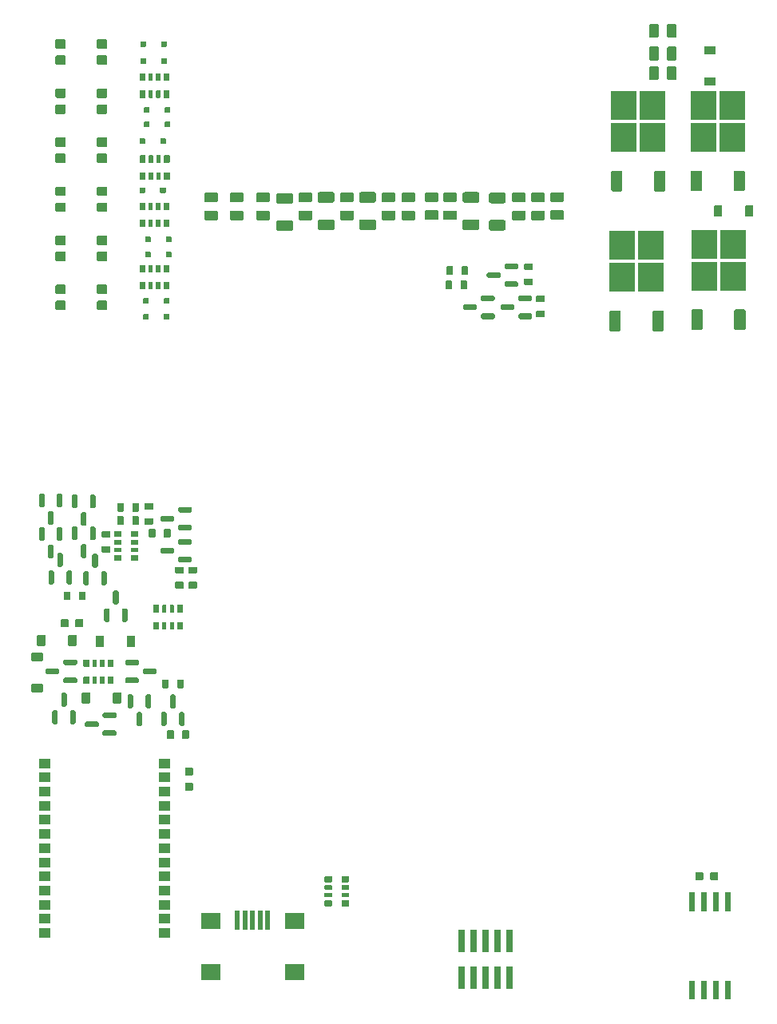
<source format=gtp>
G04 #@! TF.GenerationSoftware,KiCad,Pcbnew,(6.0.9)*
G04 #@! TF.CreationDate,2022-12-10T14:02:43+03:00*
G04 #@! TF.ProjectId,alphax_2ch,616c7068-6178-45f3-9263-682e6b696361,E*
G04 #@! TF.SameCoordinates,PX141f5e0PYa2cace0*
G04 #@! TF.FileFunction,Paste,Top*
G04 #@! TF.FilePolarity,Positive*
%FSLAX46Y46*%
G04 Gerber Fmt 4.6, Leading zero omitted, Abs format (unit mm)*
G04 Created by KiCad (PCBNEW (6.0.9)) date 2022-12-10 14:02:43*
%MOMM*%
%LPD*%
G01*
G04 APERTURE LIST*
%ADD10R,0.500000X2.000000*%
%ADD11R,2.000000X1.700000*%
%ADD12R,2.750000X3.050000*%
%ADD13O,0.000001X0.000001*%
%ADD14R,1.300000X1.000000*%
%ADD15R,0.740000X2.400000*%
G04 APERTURE END LIST*
G04 #@! TO.C,R8*
G36*
G01*
X50461417Y83351578D02*
X49211417Y83351578D01*
G75*
G02*
X49111417Y83451578I0J100000D01*
G01*
X49111417Y84251578D01*
G75*
G02*
X49211417Y84351578I100000J0D01*
G01*
X50461417Y84351578D01*
G75*
G02*
X50561417Y84251578I0J-100000D01*
G01*
X50561417Y83451578D01*
G75*
G02*
X50461417Y83351578I-100000J0D01*
G01*
G37*
G36*
G01*
X50461417Y85251600D02*
X49211417Y85251600D01*
G75*
G02*
X49111417Y85351600I0J100000D01*
G01*
X49111417Y86151600D01*
G75*
G02*
X49211417Y86251600I100000J0D01*
G01*
X50461417Y86251600D01*
G75*
G02*
X50561417Y86151600I0J-100000D01*
G01*
X50561417Y85351600D01*
G75*
G02*
X50461417Y85251600I-100000J0D01*
G01*
G37*
G04 #@! TD*
G04 #@! TO.C,R29*
G36*
G01*
X17510000Y53350000D02*
X18290000Y53350000D01*
G75*
G02*
X18360000Y53280000I0J-70000D01*
G01*
X18360000Y52720000D01*
G75*
G02*
X18290000Y52650000I-70000J0D01*
G01*
X17510000Y52650000D01*
G75*
G02*
X17440000Y52720000I0J70000D01*
G01*
X17440000Y53280000D01*
G75*
G02*
X17510000Y53350000I70000J0D01*
G01*
G37*
G36*
G01*
X17510000Y51750000D02*
X18290000Y51750000D01*
G75*
G02*
X18360000Y51680000I0J-70000D01*
G01*
X18360000Y51120000D01*
G75*
G02*
X18290000Y51050000I-70000J0D01*
G01*
X17510000Y51050000D01*
G75*
G02*
X17440000Y51120000I0J70000D01*
G01*
X17440000Y51680000D01*
G75*
G02*
X17510000Y51750000I70000J0D01*
G01*
G37*
G04 #@! TD*
G04 #@! TO.C,R2*
G36*
G01*
X16900000Y76065000D02*
X16900000Y76735000D01*
G75*
G02*
X16965000Y76800000I65000J0D01*
G01*
X17485000Y76800000D01*
G75*
G02*
X17550000Y76735000I0J-65000D01*
G01*
X17550000Y76065000D01*
G75*
G02*
X17485000Y76000000I-65000J0D01*
G01*
X16965000Y76000000D01*
G75*
G02*
X16900000Y76065000I0J65000D01*
G01*
G37*
G36*
G01*
X17875000Y76045000D02*
X17875000Y76755000D01*
G75*
G02*
X17920000Y76800000I45000J0D01*
G01*
X18280000Y76800000D01*
G75*
G02*
X18325000Y76755000I0J-45000D01*
G01*
X18325000Y76045000D01*
G75*
G02*
X18280000Y76000000I-45000J0D01*
G01*
X17920000Y76000000D01*
G75*
G02*
X17875000Y76045000I0J45000D01*
G01*
G37*
G36*
G01*
X18675000Y76045000D02*
X18675000Y76755000D01*
G75*
G02*
X18720000Y76800000I45000J0D01*
G01*
X19080000Y76800000D01*
G75*
G02*
X19125000Y76755000I0J-45000D01*
G01*
X19125000Y76045000D01*
G75*
G02*
X19080000Y76000000I-45000J0D01*
G01*
X18720000Y76000000D01*
G75*
G02*
X18675000Y76045000I0J45000D01*
G01*
G37*
G36*
G01*
X19450000Y76065000D02*
X19450000Y76735000D01*
G75*
G02*
X19515000Y76800000I65000J0D01*
G01*
X20035000Y76800000D01*
G75*
G02*
X20100000Y76735000I0J-65000D01*
G01*
X20100000Y76065000D01*
G75*
G02*
X20035000Y76000000I-65000J0D01*
G01*
X19515000Y76000000D01*
G75*
G02*
X19450000Y76065000I0J65000D01*
G01*
G37*
G36*
G01*
X19450000Y77865000D02*
X19450000Y78535000D01*
G75*
G02*
X19515000Y78600000I65000J0D01*
G01*
X20035000Y78600000D01*
G75*
G02*
X20100000Y78535000I0J-65000D01*
G01*
X20100000Y77865000D01*
G75*
G02*
X20035000Y77800000I-65000J0D01*
G01*
X19515000Y77800000D01*
G75*
G02*
X19450000Y77865000I0J65000D01*
G01*
G37*
G36*
G01*
X18675000Y77845000D02*
X18675000Y78555000D01*
G75*
G02*
X18720000Y78600000I45000J0D01*
G01*
X19080000Y78600000D01*
G75*
G02*
X19125000Y78555000I0J-45000D01*
G01*
X19125000Y77845000D01*
G75*
G02*
X19080000Y77800000I-45000J0D01*
G01*
X18720000Y77800000D01*
G75*
G02*
X18675000Y77845000I0J45000D01*
G01*
G37*
G36*
G01*
X17875000Y77845000D02*
X17875000Y78555000D01*
G75*
G02*
X17920000Y78600000I45000J0D01*
G01*
X18280000Y78600000D01*
G75*
G02*
X18325000Y78555000I0J-45000D01*
G01*
X18325000Y77845000D01*
G75*
G02*
X18280000Y77800000I-45000J0D01*
G01*
X17920000Y77800000D01*
G75*
G02*
X17875000Y77845000I0J45000D01*
G01*
G37*
G36*
G01*
X16900000Y77865000D02*
X16900000Y78535000D01*
G75*
G02*
X16965000Y78600000I65000J0D01*
G01*
X17485000Y78600000D01*
G75*
G02*
X17550000Y78535000I0J-65000D01*
G01*
X17550000Y77865000D01*
G75*
G02*
X17485000Y77800000I-65000J0D01*
G01*
X16965000Y77800000D01*
G75*
G02*
X16900000Y77865000I0J65000D01*
G01*
G37*
G04 #@! TD*
G04 #@! TO.C,R4*
G36*
G01*
X20124000Y90147000D02*
X20124000Y89477000D01*
G75*
G02*
X20059000Y89412000I-65000J0D01*
G01*
X19539000Y89412000D01*
G75*
G02*
X19474000Y89477000I0J65000D01*
G01*
X19474000Y90147000D01*
G75*
G02*
X19539000Y90212000I65000J0D01*
G01*
X20059000Y90212000D01*
G75*
G02*
X20124000Y90147000I0J-65000D01*
G01*
G37*
G36*
G01*
X19149000Y90167000D02*
X19149000Y89457000D01*
G75*
G02*
X19104000Y89412000I-45000J0D01*
G01*
X18744000Y89412000D01*
G75*
G02*
X18699000Y89457000I0J45000D01*
G01*
X18699000Y90167000D01*
G75*
G02*
X18744000Y90212000I45000J0D01*
G01*
X19104000Y90212000D01*
G75*
G02*
X19149000Y90167000I0J-45000D01*
G01*
G37*
G36*
G01*
X18349000Y90167000D02*
X18349000Y89457000D01*
G75*
G02*
X18304000Y89412000I-45000J0D01*
G01*
X17944000Y89412000D01*
G75*
G02*
X17899000Y89457000I0J45000D01*
G01*
X17899000Y90167000D01*
G75*
G02*
X17944000Y90212000I45000J0D01*
G01*
X18304000Y90212000D01*
G75*
G02*
X18349000Y90167000I0J-45000D01*
G01*
G37*
G36*
G01*
X17574000Y90147000D02*
X17574000Y89477000D01*
G75*
G02*
X17509000Y89412000I-65000J0D01*
G01*
X16989000Y89412000D01*
G75*
G02*
X16924000Y89477000I0J65000D01*
G01*
X16924000Y90147000D01*
G75*
G02*
X16989000Y90212000I65000J0D01*
G01*
X17509000Y90212000D01*
G75*
G02*
X17574000Y90147000I0J-65000D01*
G01*
G37*
G36*
G01*
X17574000Y88347000D02*
X17574000Y87677000D01*
G75*
G02*
X17509000Y87612000I-65000J0D01*
G01*
X16989000Y87612000D01*
G75*
G02*
X16924000Y87677000I0J65000D01*
G01*
X16924000Y88347000D01*
G75*
G02*
X16989000Y88412000I65000J0D01*
G01*
X17509000Y88412000D01*
G75*
G02*
X17574000Y88347000I0J-65000D01*
G01*
G37*
G36*
G01*
X18349000Y88367000D02*
X18349000Y87657000D01*
G75*
G02*
X18304000Y87612000I-45000J0D01*
G01*
X17944000Y87612000D01*
G75*
G02*
X17899000Y87657000I0J45000D01*
G01*
X17899000Y88367000D01*
G75*
G02*
X17944000Y88412000I45000J0D01*
G01*
X18304000Y88412000D01*
G75*
G02*
X18349000Y88367000I0J-45000D01*
G01*
G37*
G36*
G01*
X19149000Y88367000D02*
X19149000Y87657000D01*
G75*
G02*
X19104000Y87612000I-45000J0D01*
G01*
X18744000Y87612000D01*
G75*
G02*
X18699000Y87657000I0J45000D01*
G01*
X18699000Y88367000D01*
G75*
G02*
X18744000Y88412000I45000J0D01*
G01*
X19104000Y88412000D01*
G75*
G02*
X19149000Y88367000I0J-45000D01*
G01*
G37*
G36*
G01*
X20124000Y88347000D02*
X20124000Y87677000D01*
G75*
G02*
X20059000Y87612000I-65000J0D01*
G01*
X19539000Y87612000D01*
G75*
G02*
X19474000Y87677000I0J65000D01*
G01*
X19474000Y88347000D01*
G75*
G02*
X19539000Y88412000I65000J0D01*
G01*
X20059000Y88412000D01*
G75*
G02*
X20124000Y88347000I0J-65000D01*
G01*
G37*
G04 #@! TD*
G04 #@! TO.C,C3*
G36*
G01*
X22500000Y22864999D02*
X21820000Y22864999D01*
G75*
G02*
X21735000Y22949999I0J85000D01*
G01*
X21735000Y23629999D01*
G75*
G02*
X21820000Y23714999I85000J0D01*
G01*
X22500000Y23714999D01*
G75*
G02*
X22585000Y23629999I0J-85000D01*
G01*
X22585000Y22949999D01*
G75*
G02*
X22500000Y22864999I-85000J0D01*
G01*
G37*
G36*
G01*
X22500000Y24445001D02*
X21820000Y24445001D01*
G75*
G02*
X21735000Y24530001I0J85000D01*
G01*
X21735000Y25210001D01*
G75*
G02*
X21820000Y25295001I85000J0D01*
G01*
X22500000Y25295001D01*
G75*
G02*
X22585000Y25210001I0J-85000D01*
G01*
X22585000Y24530001D01*
G75*
G02*
X22500000Y24445001I-85000J0D01*
G01*
G37*
G04 #@! TD*
G04 #@! TO.C,R9*
G36*
G01*
X48507571Y83373048D02*
X47257571Y83373048D01*
G75*
G02*
X47157571Y83473048I0J100000D01*
G01*
X47157571Y84273048D01*
G75*
G02*
X47257571Y84373048I100000J0D01*
G01*
X48507571Y84373048D01*
G75*
G02*
X48607571Y84273048I0J-100000D01*
G01*
X48607571Y83473048D01*
G75*
G02*
X48507571Y83373048I-100000J0D01*
G01*
G37*
G36*
G01*
X48507571Y85273070D02*
X47257571Y85273070D01*
G75*
G02*
X47157571Y85373070I0J100000D01*
G01*
X47157571Y86173070D01*
G75*
G02*
X47257571Y86273070I100000J0D01*
G01*
X48507571Y86273070D01*
G75*
G02*
X48607571Y86173070I0J-100000D01*
G01*
X48607571Y85373070D01*
G75*
G02*
X48507571Y85273070I-100000J0D01*
G01*
G37*
G04 #@! TD*
G04 #@! TO.C,F4*
G36*
G01*
X35800000Y85405010D02*
X35800000Y86095010D01*
G75*
G02*
X36030000Y86325010I230000J0D01*
G01*
X37370000Y86325010D01*
G75*
G02*
X37600000Y86095010I0J-230000D01*
G01*
X37600000Y85405010D01*
G75*
G02*
X37370000Y85175010I-230000J0D01*
G01*
X36030000Y85175010D01*
G75*
G02*
X35800000Y85405010I0J230000D01*
G01*
G37*
G36*
G01*
X35800000Y82504990D02*
X35800000Y83194990D01*
G75*
G02*
X36030000Y83424990I230000J0D01*
G01*
X37370000Y83424990D01*
G75*
G02*
X37600000Y83194990I0J-230000D01*
G01*
X37600000Y82504990D01*
G75*
G02*
X37370000Y82274990I-230000J0D01*
G01*
X36030000Y82274990D01*
G75*
G02*
X35800000Y82504990I0J230000D01*
G01*
G37*
G04 #@! TD*
G04 #@! TO.C,Q13*
G36*
G01*
X57075000Y76700000D02*
X57075000Y76400000D01*
G75*
G02*
X56925000Y76250000I-150000J0D01*
G01*
X55750000Y76250000D01*
G75*
G02*
X55600000Y76400000I0J150000D01*
G01*
X55600000Y76700000D01*
G75*
G02*
X55750000Y76850000I150000J0D01*
G01*
X56925000Y76850000D01*
G75*
G02*
X57075000Y76700000I0J-150000D01*
G01*
G37*
G36*
G01*
X55200000Y77650000D02*
X55200000Y77350000D01*
G75*
G02*
X55050000Y77200000I-150000J0D01*
G01*
X53875000Y77200000D01*
G75*
G02*
X53725000Y77350000I0J150000D01*
G01*
X53725000Y77650000D01*
G75*
G02*
X53875000Y77800000I150000J0D01*
G01*
X55050000Y77800000D01*
G75*
G02*
X55200000Y77650000I0J-150000D01*
G01*
G37*
G36*
G01*
X57075000Y78600000D02*
X57075000Y78300000D01*
G75*
G02*
X56925000Y78150000I-150000J0D01*
G01*
X55750000Y78150000D01*
G75*
G02*
X55600000Y78300000I0J150000D01*
G01*
X55600000Y78600000D01*
G75*
G02*
X55750000Y78750000I150000J0D01*
G01*
X56925000Y78750000D01*
G75*
G02*
X57075000Y78600000I0J-150000D01*
G01*
G37*
G04 #@! TD*
G04 #@! TO.C,D1*
G36*
G01*
X17561499Y80000000D02*
X18041499Y80000000D01*
G75*
G02*
X18101499Y79940000I0J-60000D01*
G01*
X18101499Y79460000D01*
G75*
G02*
X18041499Y79400000I-60000J0D01*
G01*
X17561499Y79400000D01*
G75*
G02*
X17501499Y79460000I0J60000D01*
G01*
X17501499Y79940000D01*
G75*
G02*
X17561499Y80000000I60000J0D01*
G01*
G37*
G36*
G01*
X19761499Y80000000D02*
X20241499Y80000000D01*
G75*
G02*
X20301499Y79940000I0J-60000D01*
G01*
X20301499Y79460000D01*
G75*
G02*
X20241499Y79400000I-60000J0D01*
G01*
X19761499Y79400000D01*
G75*
G02*
X19701499Y79460000I0J60000D01*
G01*
X19701499Y79940000D01*
G75*
G02*
X19761499Y80000000I60000J0D01*
G01*
G37*
G04 #@! TD*
G04 #@! TO.C,D15*
G36*
G01*
X13399998Y84200001D02*
X12499998Y84200001D01*
G75*
G02*
X12399998Y84300001I0J100000D01*
G01*
X12399998Y85100001D01*
G75*
G02*
X12499998Y85200001I100000J0D01*
G01*
X13399998Y85200001D01*
G75*
G02*
X13499998Y85100001I0J-100000D01*
G01*
X13499998Y84300001D01*
G75*
G02*
X13399998Y84200001I-100000J0D01*
G01*
G37*
G36*
G01*
X13399998Y85900001D02*
X12499998Y85900001D01*
G75*
G02*
X12399998Y86000001I0J100000D01*
G01*
X12399998Y86800001D01*
G75*
G02*
X12499998Y86900001I100000J0D01*
G01*
X13399998Y86900001D01*
G75*
G02*
X13499998Y86800001I0J-100000D01*
G01*
X13499998Y86000001D01*
G75*
G02*
X13399998Y85900001I-100000J0D01*
G01*
G37*
G04 #@! TD*
G04 #@! TO.C,D6*
G36*
G01*
X17058502Y102312502D02*
X17538502Y102312502D01*
G75*
G02*
X17598502Y102252502I0J-60000D01*
G01*
X17598502Y101772502D01*
G75*
G02*
X17538502Y101712502I-60000J0D01*
G01*
X17058502Y101712502D01*
G75*
G02*
X16998502Y101772502I0J60000D01*
G01*
X16998502Y102252502D01*
G75*
G02*
X17058502Y102312502I60000J0D01*
G01*
G37*
G36*
G01*
X19258502Y102312502D02*
X19738502Y102312502D01*
G75*
G02*
X19798502Y102252502I0J-60000D01*
G01*
X19798502Y101772502D01*
G75*
G02*
X19738502Y101712502I-60000J0D01*
G01*
X19258502Y101712502D01*
G75*
G02*
X19198502Y101772502I0J60000D01*
G01*
X19198502Y102252502D01*
G75*
G02*
X19258502Y102312502I60000J0D01*
G01*
G37*
G04 #@! TD*
G04 #@! TO.C,Q1*
G36*
G01*
X14465000Y29110000D02*
X14465000Y28810000D01*
G75*
G02*
X14315000Y28660000I-150000J0D01*
G01*
X13140000Y28660000D01*
G75*
G02*
X12990000Y28810000I0J150000D01*
G01*
X12990000Y29110000D01*
G75*
G02*
X13140000Y29260000I150000J0D01*
G01*
X14315000Y29260000D01*
G75*
G02*
X14465000Y29110000I0J-150000D01*
G01*
G37*
G36*
G01*
X12590000Y30060000D02*
X12590000Y29760000D01*
G75*
G02*
X12440000Y29610000I-150000J0D01*
G01*
X11265000Y29610000D01*
G75*
G02*
X11115000Y29760000I0J150000D01*
G01*
X11115000Y30060000D01*
G75*
G02*
X11265000Y30210000I150000J0D01*
G01*
X12440000Y30210000D01*
G75*
G02*
X12590000Y30060000I0J-150000D01*
G01*
G37*
G36*
G01*
X14465000Y31010000D02*
X14465000Y30710000D01*
G75*
G02*
X14315000Y30560000I-150000J0D01*
G01*
X13140000Y30560000D01*
G75*
G02*
X12990000Y30710000I0J150000D01*
G01*
X12990000Y31010000D01*
G75*
G02*
X13140000Y31160000I150000J0D01*
G01*
X14315000Y31160000D01*
G75*
G02*
X14465000Y31010000I0J-150000D01*
G01*
G37*
G04 #@! TD*
G04 #@! TO.C,D28*
G36*
G01*
X10250000Y39310000D02*
X10250000Y38290000D01*
G75*
G02*
X10160000Y38200000I-90000J0D01*
G01*
X9440000Y38200000D01*
G75*
G02*
X9350000Y38290000I0J90000D01*
G01*
X9350000Y39310000D01*
G75*
G02*
X9440000Y39400000I90000J0D01*
G01*
X10160000Y39400000D01*
G75*
G02*
X10250000Y39310000I0J-90000D01*
G01*
G37*
G36*
G01*
X6950000Y39310000D02*
X6950000Y38290000D01*
G75*
G02*
X6860000Y38200000I-90000J0D01*
G01*
X6140000Y38200000D01*
G75*
G02*
X6050000Y38290000I0J90000D01*
G01*
X6050000Y39310000D01*
G75*
G02*
X6140000Y39400000I90000J0D01*
G01*
X6860000Y39400000D01*
G75*
G02*
X6950000Y39310000I0J-90000D01*
G01*
G37*
G04 #@! TD*
G04 #@! TO.C,D12*
G36*
G01*
X13399998Y79000001D02*
X12499998Y79000001D01*
G75*
G02*
X12399998Y79100001I0J100000D01*
G01*
X12399998Y79900001D01*
G75*
G02*
X12499998Y80000001I100000J0D01*
G01*
X13399998Y80000001D01*
G75*
G02*
X13499998Y79900001I0J-100000D01*
G01*
X13499998Y79100001D01*
G75*
G02*
X13399998Y79000001I-100000J0D01*
G01*
G37*
G36*
G01*
X13399998Y80700001D02*
X12499998Y80700001D01*
G75*
G02*
X12399998Y80800001I0J100000D01*
G01*
X12399998Y81600001D01*
G75*
G02*
X12499998Y81700001I100000J0D01*
G01*
X13399998Y81700001D01*
G75*
G02*
X13499998Y81600001I0J-100000D01*
G01*
X13499998Y80800001D01*
G75*
G02*
X13399998Y80700001I-100000J0D01*
G01*
G37*
G04 #@! TD*
G04 #@! TO.C,R38*
G36*
G01*
X19850000Y28410000D02*
X19850000Y29190000D01*
G75*
G02*
X19920000Y29260000I70000J0D01*
G01*
X20480000Y29260000D01*
G75*
G02*
X20550000Y29190000I0J-70000D01*
G01*
X20550000Y28410000D01*
G75*
G02*
X20480000Y28340000I-70000J0D01*
G01*
X19920000Y28340000D01*
G75*
G02*
X19850000Y28410000I0J70000D01*
G01*
G37*
G36*
G01*
X21450000Y28410000D02*
X21450000Y29190000D01*
G75*
G02*
X21520000Y29260000I70000J0D01*
G01*
X22080000Y29260000D01*
G75*
G02*
X22150000Y29190000I0J-70000D01*
G01*
X22150000Y28410000D01*
G75*
G02*
X22080000Y28340000I-70000J0D01*
G01*
X21520000Y28340000D01*
G75*
G02*
X21450000Y28410000I0J70000D01*
G01*
G37*
G04 #@! TD*
G04 #@! TO.C,D22*
G36*
G01*
X17060000Y100500000D02*
X17540000Y100500000D01*
G75*
G02*
X17600000Y100440000I0J-60000D01*
G01*
X17600000Y99960000D01*
G75*
G02*
X17540000Y99900000I-60000J0D01*
G01*
X17060000Y99900000D01*
G75*
G02*
X17000000Y99960000I0J60000D01*
G01*
X17000000Y100440000D01*
G75*
G02*
X17060000Y100500000I60000J0D01*
G01*
G37*
G36*
G01*
X19260000Y100500000D02*
X19740000Y100500000D01*
G75*
G02*
X19800000Y100440000I0J-60000D01*
G01*
X19800000Y99960000D01*
G75*
G02*
X19740000Y99900000I-60000J0D01*
G01*
X19260000Y99900000D01*
G75*
G02*
X19200000Y99960000I0J60000D01*
G01*
X19200000Y100440000D01*
G75*
G02*
X19260000Y100500000I60000J0D01*
G01*
G37*
G04 #@! TD*
G04 #@! TO.C,R32*
G36*
G01*
X51650000Y76856000D02*
X51650000Y76076000D01*
G75*
G02*
X51580000Y76006000I-70000J0D01*
G01*
X51020000Y76006000D01*
G75*
G02*
X50950000Y76076000I0J70000D01*
G01*
X50950000Y76856000D01*
G75*
G02*
X51020000Y76926000I70000J0D01*
G01*
X51580000Y76926000D01*
G75*
G02*
X51650000Y76856000I0J-70000D01*
G01*
G37*
G36*
G01*
X50050000Y76856000D02*
X50050000Y76076000D01*
G75*
G02*
X49980000Y76006000I-70000J0D01*
G01*
X49420000Y76006000D01*
G75*
G02*
X49350000Y76076000I0J70000D01*
G01*
X49350000Y76856000D01*
G75*
G02*
X49420000Y76926000I70000J0D01*
G01*
X49980000Y76926000D01*
G75*
G02*
X50050000Y76856000I0J-70000D01*
G01*
G37*
G04 #@! TD*
G04 #@! TO.C,D11*
G36*
G01*
X13399998Y94600001D02*
X12499998Y94600001D01*
G75*
G02*
X12399998Y94700001I0J100000D01*
G01*
X12399998Y95500001D01*
G75*
G02*
X12499998Y95600001I100000J0D01*
G01*
X13399998Y95600001D01*
G75*
G02*
X13499998Y95500001I0J-100000D01*
G01*
X13499998Y94700001D01*
G75*
G02*
X13399998Y94600001I-100000J0D01*
G01*
G37*
G36*
G01*
X13399998Y96300001D02*
X12499998Y96300001D01*
G75*
G02*
X12399998Y96400001I0J100000D01*
G01*
X12399998Y97200001D01*
G75*
G02*
X12499998Y97300001I100000J0D01*
G01*
X13399998Y97300001D01*
G75*
G02*
X13499998Y97200001I0J-100000D01*
G01*
X13499998Y96400001D01*
G75*
G02*
X13399998Y96300001I-100000J0D01*
G01*
G37*
G04 #@! TD*
G04 #@! TO.C,R11*
G36*
G01*
X25125000Y83349999D02*
X23875000Y83349999D01*
G75*
G02*
X23775000Y83449999I0J100000D01*
G01*
X23775000Y84249999D01*
G75*
G02*
X23875000Y84349999I100000J0D01*
G01*
X25125000Y84349999D01*
G75*
G02*
X25225000Y84249999I0J-100000D01*
G01*
X25225000Y83449999D01*
G75*
G02*
X25125000Y83349999I-100000J0D01*
G01*
G37*
G36*
G01*
X25125000Y85250021D02*
X23875000Y85250021D01*
G75*
G02*
X23775000Y85350021I0J100000D01*
G01*
X23775000Y86150021D01*
G75*
G02*
X23875000Y86250021I100000J0D01*
G01*
X25125000Y86250021D01*
G75*
G02*
X25225000Y86150021I0J-100000D01*
G01*
X25225000Y85350021D01*
G75*
G02*
X25125000Y85250021I-100000J0D01*
G01*
G37*
G04 #@! TD*
G04 #@! TO.C,R6*
G36*
G01*
X73850001Y104025000D02*
X73850001Y102775000D01*
G75*
G02*
X73750001Y102675000I-100000J0D01*
G01*
X72950001Y102675000D01*
G75*
G02*
X72850001Y102775000I0J100000D01*
G01*
X72850001Y104025000D01*
G75*
G02*
X72950001Y104125000I100000J0D01*
G01*
X73750001Y104125000D01*
G75*
G02*
X73850001Y104025000I0J-100000D01*
G01*
G37*
G36*
G01*
X71949979Y104025000D02*
X71949979Y102775000D01*
G75*
G02*
X71849979Y102675000I-100000J0D01*
G01*
X71049979Y102675000D01*
G75*
G02*
X70949979Y102775000I0J100000D01*
G01*
X70949979Y104025000D01*
G75*
G02*
X71049979Y104125000I100000J0D01*
G01*
X71849979Y104125000D01*
G75*
G02*
X71949979Y104025000I0J-100000D01*
G01*
G37*
G04 #@! TD*
D10*
G04 #@! TO.C,J1*
X27310000Y9175000D03*
X28110000Y9175000D03*
X28910000Y9175000D03*
X29710000Y9175000D03*
X30510000Y9175000D03*
D11*
X33360000Y3625000D03*
X24460000Y3625000D03*
X33360000Y9075000D03*
X24460000Y9075000D03*
G04 #@! TD*
D12*
G04 #@! TO.C,Q8*
X79745000Y95475000D03*
X79745000Y92125000D03*
X76695000Y92125000D03*
X76695000Y95475000D03*
G36*
G01*
X76420000Y86400000D02*
X75460000Y86400000D01*
G75*
G02*
X75340000Y86520000I0J120000D01*
G01*
X75340000Y88480000D01*
G75*
G02*
X75460000Y88600000I120000J0D01*
G01*
X76420000Y88600000D01*
G75*
G02*
X76540000Y88480000I0J-120000D01*
G01*
X76540000Y86520000D01*
G75*
G02*
X76420000Y86400000I-120000J0D01*
G01*
G37*
G36*
G01*
X80980000Y86400000D02*
X80020000Y86400000D01*
G75*
G02*
X79900000Y86520000I0J120000D01*
G01*
X79900000Y88480000D01*
G75*
G02*
X80020000Y88600000I120000J0D01*
G01*
X80980000Y88600000D01*
G75*
G02*
X81100000Y88480000I0J-120000D01*
G01*
X81100000Y86520000D01*
G75*
G02*
X80980000Y86400000I-120000J0D01*
G01*
G37*
G04 #@! TD*
G04 #@! TO.C,Q4*
G36*
G01*
X8300000Y50825000D02*
X8600000Y50825000D01*
G75*
G02*
X8750000Y50675000I0J-150000D01*
G01*
X8750000Y49500000D01*
G75*
G02*
X8600000Y49350000I-150000J0D01*
G01*
X8300000Y49350000D01*
G75*
G02*
X8150000Y49500000I0J150000D01*
G01*
X8150000Y50675000D01*
G75*
G02*
X8300000Y50825000I150000J0D01*
G01*
G37*
G36*
G01*
X7350000Y48950000D02*
X7650000Y48950000D01*
G75*
G02*
X7800000Y48800000I0J-150000D01*
G01*
X7800000Y47625000D01*
G75*
G02*
X7650000Y47475000I-150000J0D01*
G01*
X7350000Y47475000D01*
G75*
G02*
X7200000Y47625000I0J150000D01*
G01*
X7200000Y48800000D01*
G75*
G02*
X7350000Y48950000I150000J0D01*
G01*
G37*
G36*
G01*
X6400000Y50825000D02*
X6700000Y50825000D01*
G75*
G02*
X6850000Y50675000I0J-150000D01*
G01*
X6850000Y49500000D01*
G75*
G02*
X6700000Y49350000I-150000J0D01*
G01*
X6400000Y49350000D01*
G75*
G02*
X6250000Y49500000I0J150000D01*
G01*
X6250000Y50675000D01*
G75*
G02*
X6400000Y50825000I150000J0D01*
G01*
G37*
G04 #@! TD*
G04 #@! TO.C,R30*
G36*
G01*
X59808000Y73050000D02*
X59028000Y73050000D01*
G75*
G02*
X58958000Y73120000I0J70000D01*
G01*
X58958000Y73680000D01*
G75*
G02*
X59028000Y73750000I70000J0D01*
G01*
X59808000Y73750000D01*
G75*
G02*
X59878000Y73680000I0J-70000D01*
G01*
X59878000Y73120000D01*
G75*
G02*
X59808000Y73050000I-70000J0D01*
G01*
G37*
G36*
G01*
X59808000Y74650000D02*
X59028000Y74650000D01*
G75*
G02*
X58958000Y74720000I0J70000D01*
G01*
X58958000Y75280000D01*
G75*
G02*
X59028000Y75350000I70000J0D01*
G01*
X59808000Y75350000D01*
G75*
G02*
X59878000Y75280000I0J-70000D01*
G01*
X59878000Y74720000D01*
G75*
G02*
X59808000Y74650000I-70000J0D01*
G01*
G37*
G04 #@! TD*
G04 #@! TO.C,R41*
G36*
G01*
X20760000Y46600000D02*
X21540000Y46600000D01*
G75*
G02*
X21610000Y46530000I0J-70000D01*
G01*
X21610000Y45970000D01*
G75*
G02*
X21540000Y45900000I-70000J0D01*
G01*
X20760000Y45900000D01*
G75*
G02*
X20690000Y45970000I0J70000D01*
G01*
X20690000Y46530000D01*
G75*
G02*
X20760000Y46600000I70000J0D01*
G01*
G37*
G36*
G01*
X20760000Y45000000D02*
X21540000Y45000000D01*
G75*
G02*
X21610000Y44930000I0J-70000D01*
G01*
X21610000Y44370000D01*
G75*
G02*
X21540000Y44300000I-70000J0D01*
G01*
X20760000Y44300000D01*
G75*
G02*
X20690000Y44370000I0J70000D01*
G01*
X20690000Y44930000D01*
G75*
G02*
X20760000Y45000000I70000J0D01*
G01*
G37*
G04 #@! TD*
G04 #@! TO.C,Q15*
G36*
G01*
X11400000Y44625000D02*
X11100000Y44625000D01*
G75*
G02*
X10950000Y44775000I0J150000D01*
G01*
X10950000Y45950000D01*
G75*
G02*
X11100000Y46100000I150000J0D01*
G01*
X11400000Y46100000D01*
G75*
G02*
X11550000Y45950000I0J-150000D01*
G01*
X11550000Y44775000D01*
G75*
G02*
X11400000Y44625000I-150000J0D01*
G01*
G37*
G36*
G01*
X12350000Y46500000D02*
X12050000Y46500000D01*
G75*
G02*
X11900000Y46650000I0J150000D01*
G01*
X11900000Y47825000D01*
G75*
G02*
X12050000Y47975000I150000J0D01*
G01*
X12350000Y47975000D01*
G75*
G02*
X12500000Y47825000I0J-150000D01*
G01*
X12500000Y46650000D01*
G75*
G02*
X12350000Y46500000I-150000J0D01*
G01*
G37*
G36*
G01*
X13300000Y44625000D02*
X13000000Y44625000D01*
G75*
G02*
X12850000Y44775000I0J150000D01*
G01*
X12850000Y45950000D01*
G75*
G02*
X13000000Y46100000I150000J0D01*
G01*
X13300000Y46100000D01*
G75*
G02*
X13450000Y45950000I0J-150000D01*
G01*
X13450000Y44775000D01*
G75*
G02*
X13300000Y44625000I-150000J0D01*
G01*
G37*
G04 #@! TD*
G04 #@! TO.C,R17*
G36*
G01*
X39525000Y83349999D02*
X38275000Y83349999D01*
G75*
G02*
X38175000Y83449999I0J100000D01*
G01*
X38175000Y84249999D01*
G75*
G02*
X38275000Y84349999I100000J0D01*
G01*
X39525000Y84349999D01*
G75*
G02*
X39625000Y84249999I0J-100000D01*
G01*
X39625000Y83449999D01*
G75*
G02*
X39525000Y83349999I-100000J0D01*
G01*
G37*
G36*
G01*
X39525000Y85250021D02*
X38275000Y85250021D01*
G75*
G02*
X38175000Y85350021I0J100000D01*
G01*
X38175000Y86150021D01*
G75*
G02*
X38275000Y86250021I100000J0D01*
G01*
X39525000Y86250021D01*
G75*
G02*
X39625000Y86150021I0J-100000D01*
G01*
X39625000Y85350021D01*
G75*
G02*
X39525000Y85250021I-100000J0D01*
G01*
G37*
G04 #@! TD*
G04 #@! TO.C,R33*
G36*
G01*
X51750000Y78380000D02*
X51750000Y77600000D01*
G75*
G02*
X51680000Y77530000I-70000J0D01*
G01*
X51120000Y77530000D01*
G75*
G02*
X51050000Y77600000I0J70000D01*
G01*
X51050000Y78380000D01*
G75*
G02*
X51120000Y78450000I70000J0D01*
G01*
X51680000Y78450000D01*
G75*
G02*
X51750000Y78380000I0J-70000D01*
G01*
G37*
G36*
G01*
X50150000Y78380000D02*
X50150000Y77600000D01*
G75*
G02*
X50080000Y77530000I-70000J0D01*
G01*
X49520000Y77530000D01*
G75*
G02*
X49450000Y77600000I0J70000D01*
G01*
X49450000Y78380000D01*
G75*
G02*
X49520000Y78450000I70000J0D01*
G01*
X50080000Y78450000D01*
G75*
G02*
X50150000Y78380000I0J-70000D01*
G01*
G37*
G04 #@! TD*
D13*
G04 #@! TO.C,M8*
X68252501Y726666D03*
G04 #@! TD*
G04 #@! TO.C,Q19*
G36*
G01*
X19652000Y29723000D02*
X19352000Y29723000D01*
G75*
G02*
X19202000Y29873000I0J150000D01*
G01*
X19202000Y31048000D01*
G75*
G02*
X19352000Y31198000I150000J0D01*
G01*
X19652000Y31198000D01*
G75*
G02*
X19802000Y31048000I0J-150000D01*
G01*
X19802000Y29873000D01*
G75*
G02*
X19652000Y29723000I-150000J0D01*
G01*
G37*
G36*
G01*
X20602000Y31598000D02*
X20302000Y31598000D01*
G75*
G02*
X20152000Y31748000I0J150000D01*
G01*
X20152000Y32923000D01*
G75*
G02*
X20302000Y33073000I150000J0D01*
G01*
X20602000Y33073000D01*
G75*
G02*
X20752000Y32923000I0J-150000D01*
G01*
X20752000Y31748000D01*
G75*
G02*
X20602000Y31598000I-150000J0D01*
G01*
G37*
G36*
G01*
X21552000Y29723000D02*
X21252000Y29723000D01*
G75*
G02*
X21102000Y29873000I0J150000D01*
G01*
X21102000Y31048000D01*
G75*
G02*
X21252000Y31198000I150000J0D01*
G01*
X21552000Y31198000D01*
G75*
G02*
X21702000Y31048000I0J-150000D01*
G01*
X21702000Y29873000D01*
G75*
G02*
X21552000Y29723000I-150000J0D01*
G01*
G37*
G04 #@! TD*
G04 #@! TO.C,Q18*
G36*
G01*
X17696000Y33073000D02*
X17996000Y33073000D01*
G75*
G02*
X18146000Y32923000I0J-150000D01*
G01*
X18146000Y31748000D01*
G75*
G02*
X17996000Y31598000I-150000J0D01*
G01*
X17696000Y31598000D01*
G75*
G02*
X17546000Y31748000I0J150000D01*
G01*
X17546000Y32923000D01*
G75*
G02*
X17696000Y33073000I150000J0D01*
G01*
G37*
G36*
G01*
X16746000Y31198000D02*
X17046000Y31198000D01*
G75*
G02*
X17196000Y31048000I0J-150000D01*
G01*
X17196000Y29873000D01*
G75*
G02*
X17046000Y29723000I-150000J0D01*
G01*
X16746000Y29723000D01*
G75*
G02*
X16596000Y29873000I0J150000D01*
G01*
X16596000Y31048000D01*
G75*
G02*
X16746000Y31198000I150000J0D01*
G01*
G37*
G36*
G01*
X15796000Y33073000D02*
X16096000Y33073000D01*
G75*
G02*
X16246000Y32923000I0J-150000D01*
G01*
X16246000Y31748000D01*
G75*
G02*
X16096000Y31598000I-150000J0D01*
G01*
X15796000Y31598000D01*
G75*
G02*
X15646000Y31748000I0J150000D01*
G01*
X15646000Y32923000D01*
G75*
G02*
X15796000Y33073000I150000J0D01*
G01*
G37*
G04 #@! TD*
G04 #@! TO.C,D26*
G36*
G01*
X77800000Y83790000D02*
X77800000Y84810000D01*
G75*
G02*
X77890000Y84900000I90000J0D01*
G01*
X78610000Y84900000D01*
G75*
G02*
X78700000Y84810000I0J-90000D01*
G01*
X78700000Y83790000D01*
G75*
G02*
X78610000Y83700000I-90000J0D01*
G01*
X77890000Y83700000D01*
G75*
G02*
X77800000Y83790000I0J90000D01*
G01*
G37*
G36*
G01*
X81100000Y83790000D02*
X81100000Y84810000D01*
G75*
G02*
X81190000Y84900000I90000J0D01*
G01*
X81910000Y84900000D01*
G75*
G02*
X82000000Y84810000I0J-90000D01*
G01*
X82000000Y83790000D01*
G75*
G02*
X81910000Y83700000I-90000J0D01*
G01*
X81190000Y83700000D01*
G75*
G02*
X81100000Y83790000I0J90000D01*
G01*
G37*
G04 #@! TD*
G04 #@! TO.C,Q22*
G36*
G01*
X10305000Y34710000D02*
X10305000Y34410000D01*
G75*
G02*
X10155000Y34260000I-150000J0D01*
G01*
X8980000Y34260000D01*
G75*
G02*
X8830000Y34410000I0J150000D01*
G01*
X8830000Y34710000D01*
G75*
G02*
X8980000Y34860000I150000J0D01*
G01*
X10155000Y34860000D01*
G75*
G02*
X10305000Y34710000I0J-150000D01*
G01*
G37*
G36*
G01*
X8430000Y35660000D02*
X8430000Y35360000D01*
G75*
G02*
X8280000Y35210000I-150000J0D01*
G01*
X7105000Y35210000D01*
G75*
G02*
X6955000Y35360000I0J150000D01*
G01*
X6955000Y35660000D01*
G75*
G02*
X7105000Y35810000I150000J0D01*
G01*
X8280000Y35810000D01*
G75*
G02*
X8430000Y35660000I0J-150000D01*
G01*
G37*
G36*
G01*
X10305000Y36610000D02*
X10305000Y36310000D01*
G75*
G02*
X10155000Y36160000I-150000J0D01*
G01*
X8980000Y36160000D01*
G75*
G02*
X8830000Y36310000I0J150000D01*
G01*
X8830000Y36610000D01*
G75*
G02*
X8980000Y36760000I150000J0D01*
G01*
X10155000Y36760000D01*
G75*
G02*
X10305000Y36610000I0J-150000D01*
G01*
G37*
G04 #@! TD*
G04 #@! TO.C,R16*
G36*
G01*
X46025000Y83349999D02*
X44775000Y83349999D01*
G75*
G02*
X44675000Y83449999I0J100000D01*
G01*
X44675000Y84249999D01*
G75*
G02*
X44775000Y84349999I100000J0D01*
G01*
X46025000Y84349999D01*
G75*
G02*
X46125000Y84249999I0J-100000D01*
G01*
X46125000Y83449999D01*
G75*
G02*
X46025000Y83349999I-100000J0D01*
G01*
G37*
G36*
G01*
X46025000Y85250021D02*
X44775000Y85250021D01*
G75*
G02*
X44675000Y85350021I0J100000D01*
G01*
X44675000Y86150021D01*
G75*
G02*
X44775000Y86250021I100000J0D01*
G01*
X46025000Y86250021D01*
G75*
G02*
X46125000Y86150021I0J-100000D01*
G01*
X46125000Y85350021D01*
G75*
G02*
X46025000Y85250021I-100000J0D01*
G01*
G37*
G04 #@! TD*
G04 #@! TO.C,D9*
G36*
G01*
X8999998Y79000001D02*
X8099998Y79000001D01*
G75*
G02*
X7999998Y79100001I0J100000D01*
G01*
X7999998Y79900001D01*
G75*
G02*
X8099998Y80000001I100000J0D01*
G01*
X8999998Y80000001D01*
G75*
G02*
X9099998Y79900001I0J-100000D01*
G01*
X9099998Y79100001D01*
G75*
G02*
X8999998Y79000001I-100000J0D01*
G01*
G37*
G36*
G01*
X8999998Y80700001D02*
X8099998Y80700001D01*
G75*
G02*
X7999998Y80800001I0J100000D01*
G01*
X7999998Y81600001D01*
G75*
G02*
X8099998Y81700001I100000J0D01*
G01*
X8999998Y81700001D01*
G75*
G02*
X9099998Y81600001I0J-100000D01*
G01*
X9099998Y80800001D01*
G75*
G02*
X8999998Y80700001I-100000J0D01*
G01*
G37*
G04 #@! TD*
G04 #@! TO.C,D8*
G36*
G01*
X19640000Y91406000D02*
X19160000Y91406000D01*
G75*
G02*
X19100000Y91466000I0J60000D01*
G01*
X19100000Y91946000D01*
G75*
G02*
X19160000Y92006000I60000J0D01*
G01*
X19640000Y92006000D01*
G75*
G02*
X19700000Y91946000I0J-60000D01*
G01*
X19700000Y91466000D01*
G75*
G02*
X19640000Y91406000I-60000J0D01*
G01*
G37*
G36*
G01*
X17440000Y91406000D02*
X16960000Y91406000D01*
G75*
G02*
X16900000Y91466000I0J60000D01*
G01*
X16900000Y91946000D01*
G75*
G02*
X16960000Y92006000I60000J0D01*
G01*
X17440000Y92006000D01*
G75*
G02*
X17500000Y91946000I0J-60000D01*
G01*
X17500000Y91466000D01*
G75*
G02*
X17440000Y91406000I-60000J0D01*
G01*
G37*
G04 #@! TD*
G04 #@! TO.C,D14*
G36*
G01*
X8999998Y99800001D02*
X8099998Y99800001D01*
G75*
G02*
X7999998Y99900001I0J100000D01*
G01*
X7999998Y100700001D01*
G75*
G02*
X8099998Y100800001I100000J0D01*
G01*
X8999998Y100800001D01*
G75*
G02*
X9099998Y100700001I0J-100000D01*
G01*
X9099998Y99900001D01*
G75*
G02*
X8999998Y99800001I-100000J0D01*
G01*
G37*
G36*
G01*
X8999998Y101500001D02*
X8099998Y101500001D01*
G75*
G02*
X7999998Y101600001I0J100000D01*
G01*
X7999998Y102400001D01*
G75*
G02*
X8099998Y102500001I100000J0D01*
G01*
X8999998Y102500001D01*
G75*
G02*
X9099998Y102400001I0J-100000D01*
G01*
X9099998Y101600001D01*
G75*
G02*
X8999998Y101500001I-100000J0D01*
G01*
G37*
G04 #@! TD*
G04 #@! TO.C,Q14*
G36*
G01*
X54575000Y73300000D02*
X54575000Y73000000D01*
G75*
G02*
X54425000Y72850000I-150000J0D01*
G01*
X53250000Y72850000D01*
G75*
G02*
X53100000Y73000000I0J150000D01*
G01*
X53100000Y73300000D01*
G75*
G02*
X53250000Y73450000I150000J0D01*
G01*
X54425000Y73450000D01*
G75*
G02*
X54575000Y73300000I0J-150000D01*
G01*
G37*
G36*
G01*
X52700000Y74250000D02*
X52700000Y73950000D01*
G75*
G02*
X52550000Y73800000I-150000J0D01*
G01*
X51375000Y73800000D01*
G75*
G02*
X51225000Y73950000I0J150000D01*
G01*
X51225000Y74250000D01*
G75*
G02*
X51375000Y74400000I150000J0D01*
G01*
X52550000Y74400000D01*
G75*
G02*
X52700000Y74250000I0J-150000D01*
G01*
G37*
G36*
G01*
X54575000Y75200000D02*
X54575000Y74900000D01*
G75*
G02*
X54425000Y74750000I-150000J0D01*
G01*
X53250000Y74750000D01*
G75*
G02*
X53100000Y74900000I0J150000D01*
G01*
X53100000Y75200000D01*
G75*
G02*
X53250000Y75350000I150000J0D01*
G01*
X54425000Y75350000D01*
G75*
G02*
X54575000Y75200000I0J-150000D01*
G01*
G37*
G04 #@! TD*
G04 #@! TO.C,D29*
G36*
G01*
X10800000Y32190000D02*
X10800000Y33210000D01*
G75*
G02*
X10890000Y33300000I90000J0D01*
G01*
X11610000Y33300000D01*
G75*
G02*
X11700000Y33210000I0J-90000D01*
G01*
X11700000Y32190000D01*
G75*
G02*
X11610000Y32100000I-90000J0D01*
G01*
X10890000Y32100000D01*
G75*
G02*
X10800000Y32190000I0J90000D01*
G01*
G37*
G36*
G01*
X14100000Y32190000D02*
X14100000Y33210000D01*
G75*
G02*
X14190000Y33300000I90000J0D01*
G01*
X14910000Y33300000D01*
G75*
G02*
X15000000Y33210000I0J-90000D01*
G01*
X15000000Y32190000D01*
G75*
G02*
X14910000Y32100000I-90000J0D01*
G01*
X14190000Y32100000D01*
G75*
G02*
X14100000Y32190000I0J90000D01*
G01*
G37*
G04 #@! TD*
G04 #@! TO.C,C5*
G36*
G01*
X10965001Y40940000D02*
X10965001Y40260000D01*
G75*
G02*
X10880001Y40175000I-85000J0D01*
G01*
X10200001Y40175000D01*
G75*
G02*
X10115001Y40260000I0J85000D01*
G01*
X10115001Y40940000D01*
G75*
G02*
X10200001Y41025000I85000J0D01*
G01*
X10880001Y41025000D01*
G75*
G02*
X10965001Y40940000I0J-85000D01*
G01*
G37*
G36*
G01*
X9384999Y40940000D02*
X9384999Y40260000D01*
G75*
G02*
X9299999Y40175000I-85000J0D01*
G01*
X8619999Y40175000D01*
G75*
G02*
X8534999Y40260000I0J85000D01*
G01*
X8534999Y40940000D01*
G75*
G02*
X8619999Y41025000I85000J0D01*
G01*
X9299999Y41025000D01*
G75*
G02*
X9384999Y40940000I0J-85000D01*
G01*
G37*
G04 #@! TD*
G04 #@! TO.C,D16*
G36*
G01*
X13399998Y89400001D02*
X12499998Y89400001D01*
G75*
G02*
X12399998Y89500001I0J100000D01*
G01*
X12399998Y90300001D01*
G75*
G02*
X12499998Y90400001I100000J0D01*
G01*
X13399998Y90400001D01*
G75*
G02*
X13499998Y90300001I0J-100000D01*
G01*
X13499998Y89500001D01*
G75*
G02*
X13399998Y89400001I-100000J0D01*
G01*
G37*
G36*
G01*
X13399998Y91100001D02*
X12499998Y91100001D01*
G75*
G02*
X12399998Y91200001I0J100000D01*
G01*
X12399998Y92000001D01*
G75*
G02*
X12499998Y92100001I100000J0D01*
G01*
X13399998Y92100001D01*
G75*
G02*
X13499998Y92000001I0J-100000D01*
G01*
X13499998Y91200001D01*
G75*
G02*
X13399998Y91100001I-100000J0D01*
G01*
G37*
G04 #@! TD*
G04 #@! TO.C,R10*
G36*
G01*
X43925000Y83349999D02*
X42675000Y83349999D01*
G75*
G02*
X42575000Y83449999I0J100000D01*
G01*
X42575000Y84249999D01*
G75*
G02*
X42675000Y84349999I100000J0D01*
G01*
X43925000Y84349999D01*
G75*
G02*
X44025000Y84249999I0J-100000D01*
G01*
X44025000Y83449999D01*
G75*
G02*
X43925000Y83349999I-100000J0D01*
G01*
G37*
G36*
G01*
X43925000Y85250021D02*
X42675000Y85250021D01*
G75*
G02*
X42575000Y85350021I0J100000D01*
G01*
X42575000Y86150021D01*
G75*
G02*
X42675000Y86250021I100000J0D01*
G01*
X43925000Y86250021D01*
G75*
G02*
X44025000Y86150021I0J-100000D01*
G01*
X44025000Y85350021D01*
G75*
G02*
X43925000Y85250021I-100000J0D01*
G01*
G37*
G04 #@! TD*
G04 #@! TO.C,D19*
G36*
G01*
X8999998Y84200001D02*
X8099998Y84200001D01*
G75*
G02*
X7999998Y84300001I0J100000D01*
G01*
X7999998Y85100001D01*
G75*
G02*
X8099998Y85200001I100000J0D01*
G01*
X8999998Y85200001D01*
G75*
G02*
X9099998Y85100001I0J-100000D01*
G01*
X9099998Y84300001D01*
G75*
G02*
X8999998Y84200001I-100000J0D01*
G01*
G37*
G36*
G01*
X8999998Y85900001D02*
X8099998Y85900001D01*
G75*
G02*
X7999998Y86000001I0J100000D01*
G01*
X7999998Y86800001D01*
G75*
G02*
X8099998Y86900001I100000J0D01*
G01*
X8999998Y86900001D01*
G75*
G02*
X9099998Y86800001I0J-100000D01*
G01*
X9099998Y86000001D01*
G75*
G02*
X8999998Y85900001I-100000J0D01*
G01*
G37*
G04 #@! TD*
G04 #@! TO.C,D21*
G36*
G01*
X17438000Y93784000D02*
X17918000Y93784000D01*
G75*
G02*
X17978000Y93724000I0J-60000D01*
G01*
X17978000Y93244000D01*
G75*
G02*
X17918000Y93184000I-60000J0D01*
G01*
X17438000Y93184000D01*
G75*
G02*
X17378000Y93244000I0J60000D01*
G01*
X17378000Y93724000D01*
G75*
G02*
X17438000Y93784000I60000J0D01*
G01*
G37*
G36*
G01*
X19638000Y93784000D02*
X20118000Y93784000D01*
G75*
G02*
X20178000Y93724000I0J-60000D01*
G01*
X20178000Y93244000D01*
G75*
G02*
X20118000Y93184000I-60000J0D01*
G01*
X19638000Y93184000D01*
G75*
G02*
X19578000Y93244000I0J60000D01*
G01*
X19578000Y93724000D01*
G75*
G02*
X19638000Y93784000I60000J0D01*
G01*
G37*
G04 #@! TD*
G04 #@! TO.C,R31*
G36*
G01*
X58550000Y76450000D02*
X57770000Y76450000D01*
G75*
G02*
X57700000Y76520000I0J70000D01*
G01*
X57700000Y77080000D01*
G75*
G02*
X57770000Y77150000I70000J0D01*
G01*
X58550000Y77150000D01*
G75*
G02*
X58620000Y77080000I0J-70000D01*
G01*
X58620000Y76520000D01*
G75*
G02*
X58550000Y76450000I-70000J0D01*
G01*
G37*
G36*
G01*
X58550000Y78050000D02*
X57770000Y78050000D01*
G75*
G02*
X57700000Y78120000I0J70000D01*
G01*
X57700000Y78680000D01*
G75*
G02*
X57770000Y78750000I70000J0D01*
G01*
X58550000Y78750000D01*
G75*
G02*
X58620000Y78680000I0J-70000D01*
G01*
X58620000Y78120000D01*
G75*
G02*
X58550000Y78050000I-70000J0D01*
G01*
G37*
G04 #@! TD*
G04 #@! TO.C,Q17*
G36*
G01*
X11800000Y54275000D02*
X12100000Y54275000D01*
G75*
G02*
X12250000Y54125000I0J-150000D01*
G01*
X12250000Y52950000D01*
G75*
G02*
X12100000Y52800000I-150000J0D01*
G01*
X11800000Y52800000D01*
G75*
G02*
X11650000Y52950000I0J150000D01*
G01*
X11650000Y54125000D01*
G75*
G02*
X11800000Y54275000I150000J0D01*
G01*
G37*
G36*
G01*
X10850000Y52400000D02*
X11150000Y52400000D01*
G75*
G02*
X11300000Y52250000I0J-150000D01*
G01*
X11300000Y51075000D01*
G75*
G02*
X11150000Y50925000I-150000J0D01*
G01*
X10850000Y50925000D01*
G75*
G02*
X10700000Y51075000I0J150000D01*
G01*
X10700000Y52250000D01*
G75*
G02*
X10850000Y52400000I150000J0D01*
G01*
G37*
G36*
G01*
X9900000Y54275000D02*
X10200000Y54275000D01*
G75*
G02*
X10350000Y54125000I0J-150000D01*
G01*
X10350000Y52950000D01*
G75*
G02*
X10200000Y52800000I-150000J0D01*
G01*
X9900000Y52800000D01*
G75*
G02*
X9750000Y52950000I0J150000D01*
G01*
X9750000Y54125000D01*
G75*
G02*
X9900000Y54275000I150000J0D01*
G01*
G37*
G04 #@! TD*
G04 #@! TO.C,R5*
G36*
G01*
X16900000Y96365000D02*
X16900000Y97035000D01*
G75*
G02*
X16965000Y97100000I65000J0D01*
G01*
X17485000Y97100000D01*
G75*
G02*
X17550000Y97035000I0J-65000D01*
G01*
X17550000Y96365000D01*
G75*
G02*
X17485000Y96300000I-65000J0D01*
G01*
X16965000Y96300000D01*
G75*
G02*
X16900000Y96365000I0J65000D01*
G01*
G37*
G36*
G01*
X17875000Y96345000D02*
X17875000Y97055000D01*
G75*
G02*
X17920000Y97100000I45000J0D01*
G01*
X18280000Y97100000D01*
G75*
G02*
X18325000Y97055000I0J-45000D01*
G01*
X18325000Y96345000D01*
G75*
G02*
X18280000Y96300000I-45000J0D01*
G01*
X17920000Y96300000D01*
G75*
G02*
X17875000Y96345000I0J45000D01*
G01*
G37*
G36*
G01*
X18675000Y96345000D02*
X18675000Y97055000D01*
G75*
G02*
X18720000Y97100000I45000J0D01*
G01*
X19080000Y97100000D01*
G75*
G02*
X19125000Y97055000I0J-45000D01*
G01*
X19125000Y96345000D01*
G75*
G02*
X19080000Y96300000I-45000J0D01*
G01*
X18720000Y96300000D01*
G75*
G02*
X18675000Y96345000I0J45000D01*
G01*
G37*
G36*
G01*
X19450000Y96365000D02*
X19450000Y97035000D01*
G75*
G02*
X19515000Y97100000I65000J0D01*
G01*
X20035000Y97100000D01*
G75*
G02*
X20100000Y97035000I0J-65000D01*
G01*
X20100000Y96365000D01*
G75*
G02*
X20035000Y96300000I-65000J0D01*
G01*
X19515000Y96300000D01*
G75*
G02*
X19450000Y96365000I0J65000D01*
G01*
G37*
G36*
G01*
X19450000Y98165000D02*
X19450000Y98835000D01*
G75*
G02*
X19515000Y98900000I65000J0D01*
G01*
X20035000Y98900000D01*
G75*
G02*
X20100000Y98835000I0J-65000D01*
G01*
X20100000Y98165000D01*
G75*
G02*
X20035000Y98100000I-65000J0D01*
G01*
X19515000Y98100000D01*
G75*
G02*
X19450000Y98165000I0J65000D01*
G01*
G37*
G36*
G01*
X18675000Y98145000D02*
X18675000Y98855000D01*
G75*
G02*
X18720000Y98900000I45000J0D01*
G01*
X19080000Y98900000D01*
G75*
G02*
X19125000Y98855000I0J-45000D01*
G01*
X19125000Y98145000D01*
G75*
G02*
X19080000Y98100000I-45000J0D01*
G01*
X18720000Y98100000D01*
G75*
G02*
X18675000Y98145000I0J45000D01*
G01*
G37*
G36*
G01*
X17875000Y98145000D02*
X17875000Y98855000D01*
G75*
G02*
X17920000Y98900000I45000J0D01*
G01*
X18280000Y98900000D01*
G75*
G02*
X18325000Y98855000I0J-45000D01*
G01*
X18325000Y98145000D01*
G75*
G02*
X18280000Y98100000I-45000J0D01*
G01*
X17920000Y98100000D01*
G75*
G02*
X17875000Y98145000I0J45000D01*
G01*
G37*
G36*
G01*
X16900000Y98165000D02*
X16900000Y98835000D01*
G75*
G02*
X16965000Y98900000I65000J0D01*
G01*
X17485000Y98900000D01*
G75*
G02*
X17550000Y98835000I0J-65000D01*
G01*
X17550000Y98165000D01*
G75*
G02*
X17485000Y98100000I-65000J0D01*
G01*
X16965000Y98100000D01*
G75*
G02*
X16900000Y98165000I0J65000D01*
G01*
G37*
G04 #@! TD*
G04 #@! TO.C,D2*
G36*
G01*
X17361499Y75087497D02*
X17841499Y75087497D01*
G75*
G02*
X17901499Y75027497I0J-60000D01*
G01*
X17901499Y74547497D01*
G75*
G02*
X17841499Y74487497I-60000J0D01*
G01*
X17361499Y74487497D01*
G75*
G02*
X17301499Y74547497I0J60000D01*
G01*
X17301499Y75027497D01*
G75*
G02*
X17361499Y75087497I60000J0D01*
G01*
G37*
G36*
G01*
X19561499Y75087497D02*
X20041499Y75087497D01*
G75*
G02*
X20101499Y75027497I0J-60000D01*
G01*
X20101499Y74547497D01*
G75*
G02*
X20041499Y74487497I-60000J0D01*
G01*
X19561499Y74487497D01*
G75*
G02*
X19501499Y74547497I0J60000D01*
G01*
X19501499Y75027497D01*
G75*
G02*
X19561499Y75087497I60000J0D01*
G01*
G37*
G04 #@! TD*
G04 #@! TO.C,R43*
G36*
G01*
X22160000Y46600000D02*
X22940000Y46600000D01*
G75*
G02*
X23010000Y46530000I0J-70000D01*
G01*
X23010000Y45970000D01*
G75*
G02*
X22940000Y45900000I-70000J0D01*
G01*
X22160000Y45900000D01*
G75*
G02*
X22090000Y45970000I0J70000D01*
G01*
X22090000Y46530000D01*
G75*
G02*
X22160000Y46600000I70000J0D01*
G01*
G37*
G36*
G01*
X22160000Y45000000D02*
X22940000Y45000000D01*
G75*
G02*
X23010000Y44930000I0J-70000D01*
G01*
X23010000Y44370000D01*
G75*
G02*
X22940000Y44300000I-70000J0D01*
G01*
X22160000Y44300000D01*
G75*
G02*
X22090000Y44370000I0J70000D01*
G01*
X22090000Y44930000D01*
G75*
G02*
X22160000Y45000000I70000J0D01*
G01*
G37*
G04 #@! TD*
G04 #@! TO.C,D10*
G36*
G01*
X13399998Y73800001D02*
X12499998Y73800001D01*
G75*
G02*
X12399998Y73900001I0J100000D01*
G01*
X12399998Y74700001D01*
G75*
G02*
X12499998Y74800001I100000J0D01*
G01*
X13399998Y74800001D01*
G75*
G02*
X13499998Y74700001I0J-100000D01*
G01*
X13499998Y73900001D01*
G75*
G02*
X13399998Y73800001I-100000J0D01*
G01*
G37*
G36*
G01*
X13399998Y75500001D02*
X12499998Y75500001D01*
G75*
G02*
X12399998Y75600001I0J100000D01*
G01*
X12399998Y76400001D01*
G75*
G02*
X12499998Y76500001I100000J0D01*
G01*
X13399998Y76500001D01*
G75*
G02*
X13499998Y76400001I0J-100000D01*
G01*
X13499998Y75600001D01*
G75*
G02*
X13399998Y75500001I-100000J0D01*
G01*
G37*
G04 #@! TD*
G04 #@! TO.C,Q20*
G36*
G01*
X22475000Y50900000D02*
X22475000Y50600000D01*
G75*
G02*
X22325000Y50450000I-150000J0D01*
G01*
X21150000Y50450000D01*
G75*
G02*
X21000000Y50600000I0J150000D01*
G01*
X21000000Y50900000D01*
G75*
G02*
X21150000Y51050000I150000J0D01*
G01*
X22325000Y51050000D01*
G75*
G02*
X22475000Y50900000I0J-150000D01*
G01*
G37*
G36*
G01*
X20600000Y51850000D02*
X20600000Y51550000D01*
G75*
G02*
X20450000Y51400000I-150000J0D01*
G01*
X19275000Y51400000D01*
G75*
G02*
X19125000Y51550000I0J150000D01*
G01*
X19125000Y51850000D01*
G75*
G02*
X19275000Y52000000I150000J0D01*
G01*
X20450000Y52000000D01*
G75*
G02*
X20600000Y51850000I0J-150000D01*
G01*
G37*
G36*
G01*
X22475000Y52800000D02*
X22475000Y52500000D01*
G75*
G02*
X22325000Y52350000I-150000J0D01*
G01*
X21150000Y52350000D01*
G75*
G02*
X21000000Y52500000I0J150000D01*
G01*
X21000000Y52800000D01*
G75*
G02*
X21150000Y52950000I150000J0D01*
G01*
X22325000Y52950000D01*
G75*
G02*
X22475000Y52800000I0J-150000D01*
G01*
G37*
G04 #@! TD*
G04 #@! TO.C,D23*
G36*
G01*
X8100000Y29895000D02*
X7800000Y29895000D01*
G75*
G02*
X7650000Y30045000I0J150000D01*
G01*
X7650000Y31220000D01*
G75*
G02*
X7800000Y31370000I150000J0D01*
G01*
X8100000Y31370000D01*
G75*
G02*
X8250000Y31220000I0J-150000D01*
G01*
X8250000Y30045000D01*
G75*
G02*
X8100000Y29895000I-150000J0D01*
G01*
G37*
G36*
G01*
X9050000Y31770000D02*
X8750000Y31770000D01*
G75*
G02*
X8600000Y31920000I0J150000D01*
G01*
X8600000Y33095000D01*
G75*
G02*
X8750000Y33245000I150000J0D01*
G01*
X9050000Y33245000D01*
G75*
G02*
X9200000Y33095000I0J-150000D01*
G01*
X9200000Y31920000D01*
G75*
G02*
X9050000Y31770000I-150000J0D01*
G01*
G37*
G36*
G01*
X10000000Y29895000D02*
X9700000Y29895000D01*
G75*
G02*
X9550000Y30045000I0J150000D01*
G01*
X9550000Y31220000D01*
G75*
G02*
X9700000Y31370000I150000J0D01*
G01*
X10000000Y31370000D01*
G75*
G02*
X10150000Y31220000I0J-150000D01*
G01*
X10150000Y30045000D01*
G75*
G02*
X10000000Y29895000I-150000J0D01*
G01*
G37*
G04 #@! TD*
G04 #@! TO.C,D17*
G36*
G01*
X8999998Y94600001D02*
X8099998Y94600001D01*
G75*
G02*
X7999998Y94700001I0J100000D01*
G01*
X7999998Y95500001D01*
G75*
G02*
X8099998Y95600001I100000J0D01*
G01*
X8999998Y95600001D01*
G75*
G02*
X9099998Y95500001I0J-100000D01*
G01*
X9099998Y94700001D01*
G75*
G02*
X8999998Y94600001I-100000J0D01*
G01*
G37*
G36*
G01*
X8999998Y96300001D02*
X8099998Y96300001D01*
G75*
G02*
X7999998Y96400001I0J100000D01*
G01*
X7999998Y97200001D01*
G75*
G02*
X8099998Y97300001I100000J0D01*
G01*
X8999998Y97300001D01*
G75*
G02*
X9099998Y97200001I0J-100000D01*
G01*
X9099998Y96400001D01*
G75*
G02*
X8999998Y96300001I-100000J0D01*
G01*
G37*
G04 #@! TD*
G04 #@! TO.C,R19*
G36*
G01*
X30625000Y83349999D02*
X29375000Y83349999D01*
G75*
G02*
X29275000Y83449999I0J100000D01*
G01*
X29275000Y84249999D01*
G75*
G02*
X29375000Y84349999I100000J0D01*
G01*
X30625000Y84349999D01*
G75*
G02*
X30725000Y84249999I0J-100000D01*
G01*
X30725000Y83449999D01*
G75*
G02*
X30625000Y83349999I-100000J0D01*
G01*
G37*
G36*
G01*
X30625000Y85250021D02*
X29375000Y85250021D01*
G75*
G02*
X29275000Y85350021I0J100000D01*
G01*
X29275000Y86150021D01*
G75*
G02*
X29375000Y86250021I100000J0D01*
G01*
X30625000Y86250021D01*
G75*
G02*
X30725000Y86150021I0J-100000D01*
G01*
X30725000Y85350021D01*
G75*
G02*
X30625000Y85250021I-100000J0D01*
G01*
G37*
G04 #@! TD*
G04 #@! TO.C,Q5*
G36*
G01*
X8300000Y54375000D02*
X8600000Y54375000D01*
G75*
G02*
X8750000Y54225000I0J-150000D01*
G01*
X8750000Y53050000D01*
G75*
G02*
X8600000Y52900000I-150000J0D01*
G01*
X8300000Y52900000D01*
G75*
G02*
X8150000Y53050000I0J150000D01*
G01*
X8150000Y54225000D01*
G75*
G02*
X8300000Y54375000I150000J0D01*
G01*
G37*
G36*
G01*
X7350000Y52500000D02*
X7650000Y52500000D01*
G75*
G02*
X7800000Y52350000I0J-150000D01*
G01*
X7800000Y51175000D01*
G75*
G02*
X7650000Y51025000I-150000J0D01*
G01*
X7350000Y51025000D01*
G75*
G02*
X7200000Y51175000I0J150000D01*
G01*
X7200000Y52350000D01*
G75*
G02*
X7350000Y52500000I150000J0D01*
G01*
G37*
G36*
G01*
X6400000Y54375000D02*
X6700000Y54375000D01*
G75*
G02*
X6850000Y54225000I0J-150000D01*
G01*
X6850000Y53050000D01*
G75*
G02*
X6700000Y52900000I-150000J0D01*
G01*
X6400000Y52900000D01*
G75*
G02*
X6250000Y53050000I0J150000D01*
G01*
X6250000Y54225000D01*
G75*
G02*
X6400000Y54375000I150000J0D01*
G01*
G37*
G04 #@! TD*
G04 #@! TO.C,Q12*
G36*
G01*
X58553000Y73300000D02*
X58553000Y73000000D01*
G75*
G02*
X58403000Y72850000I-150000J0D01*
G01*
X57228000Y72850000D01*
G75*
G02*
X57078000Y73000000I0J150000D01*
G01*
X57078000Y73300000D01*
G75*
G02*
X57228000Y73450000I150000J0D01*
G01*
X58403000Y73450000D01*
G75*
G02*
X58553000Y73300000I0J-150000D01*
G01*
G37*
G36*
G01*
X56678000Y74250000D02*
X56678000Y73950000D01*
G75*
G02*
X56528000Y73800000I-150000J0D01*
G01*
X55353000Y73800000D01*
G75*
G02*
X55203000Y73950000I0J150000D01*
G01*
X55203000Y74250000D01*
G75*
G02*
X55353000Y74400000I150000J0D01*
G01*
X56528000Y74400000D01*
G75*
G02*
X56678000Y74250000I0J-150000D01*
G01*
G37*
G36*
G01*
X58553000Y75200000D02*
X58553000Y74900000D01*
G75*
G02*
X58403000Y74750000I-150000J0D01*
G01*
X57228000Y74750000D01*
G75*
G02*
X57078000Y74900000I0J150000D01*
G01*
X57078000Y75200000D01*
G75*
G02*
X57228000Y75350000I150000J0D01*
G01*
X58403000Y75350000D01*
G75*
G02*
X58553000Y75200000I0J-150000D01*
G01*
G37*
G04 #@! TD*
G04 #@! TO.C,Q2*
G36*
G01*
X7700000Y44725000D02*
X7400000Y44725000D01*
G75*
G02*
X7250000Y44875000I0J150000D01*
G01*
X7250000Y46050000D01*
G75*
G02*
X7400000Y46200000I150000J0D01*
G01*
X7700000Y46200000D01*
G75*
G02*
X7850000Y46050000I0J-150000D01*
G01*
X7850000Y44875000D01*
G75*
G02*
X7700000Y44725000I-150000J0D01*
G01*
G37*
G36*
G01*
X8650000Y46600000D02*
X8350000Y46600000D01*
G75*
G02*
X8200000Y46750000I0J150000D01*
G01*
X8200000Y47925000D01*
G75*
G02*
X8350000Y48075000I150000J0D01*
G01*
X8650000Y48075000D01*
G75*
G02*
X8800000Y47925000I0J-150000D01*
G01*
X8800000Y46750000D01*
G75*
G02*
X8650000Y46600000I-150000J0D01*
G01*
G37*
G36*
G01*
X9600000Y44725000D02*
X9300000Y44725000D01*
G75*
G02*
X9150000Y44875000I0J150000D01*
G01*
X9150000Y46050000D01*
G75*
G02*
X9300000Y46200000I150000J0D01*
G01*
X9600000Y46200000D01*
G75*
G02*
X9750000Y46050000I0J-150000D01*
G01*
X9750000Y44875000D01*
G75*
G02*
X9600000Y44725000I-150000J0D01*
G01*
G37*
G04 #@! TD*
G04 #@! TO.C,R48*
G36*
G01*
X8890000Y43130000D02*
X8890000Y43910000D01*
G75*
G02*
X8960000Y43980000I70000J0D01*
G01*
X9520000Y43980000D01*
G75*
G02*
X9590000Y43910000I0J-70000D01*
G01*
X9590000Y43130000D01*
G75*
G02*
X9520000Y43060000I-70000J0D01*
G01*
X8960000Y43060000D01*
G75*
G02*
X8890000Y43130000I0J70000D01*
G01*
G37*
G36*
G01*
X10490000Y43130000D02*
X10490000Y43910000D01*
G75*
G02*
X10560000Y43980000I70000J0D01*
G01*
X11120000Y43980000D01*
G75*
G02*
X11190000Y43910000I0J-70000D01*
G01*
X11190000Y43130000D01*
G75*
G02*
X11120000Y43060000I-70000J0D01*
G01*
X10560000Y43060000D01*
G75*
G02*
X10490000Y43130000I0J70000D01*
G01*
G37*
G04 #@! TD*
G04 #@! TO.C,D3*
G36*
G01*
X17438000Y95308000D02*
X17918000Y95308000D01*
G75*
G02*
X17978000Y95248000I0J-60000D01*
G01*
X17978000Y94768000D01*
G75*
G02*
X17918000Y94708000I-60000J0D01*
G01*
X17438000Y94708000D01*
G75*
G02*
X17378000Y94768000I0J60000D01*
G01*
X17378000Y95248000D01*
G75*
G02*
X17438000Y95308000I60000J0D01*
G01*
G37*
G36*
G01*
X19638000Y95308000D02*
X20118000Y95308000D01*
G75*
G02*
X20178000Y95248000I0J-60000D01*
G01*
X20178000Y94768000D01*
G75*
G02*
X20118000Y94708000I-60000J0D01*
G01*
X19638000Y94708000D01*
G75*
G02*
X19578000Y94768000I0J60000D01*
G01*
X19578000Y95248000D01*
G75*
G02*
X19638000Y95308000I60000J0D01*
G01*
G37*
G04 #@! TD*
G04 #@! TO.C,U3*
G36*
G01*
X79071300Y12100000D02*
X79578700Y12100000D01*
G75*
G02*
X79620000Y12058700I0J-41300D01*
G01*
X79620000Y10121300D01*
G75*
G02*
X79578700Y10080000I-41300J0D01*
G01*
X79071300Y10080000D01*
G75*
G02*
X79030000Y10121300I0J41300D01*
G01*
X79030000Y12058700D01*
G75*
G02*
X79071300Y12100000I41300J0D01*
G01*
G37*
G36*
G01*
X77801300Y12100000D02*
X78308700Y12100000D01*
G75*
G02*
X78350000Y12058700I0J-41300D01*
G01*
X78350000Y10121300D01*
G75*
G02*
X78308700Y10080000I-41300J0D01*
G01*
X77801300Y10080000D01*
G75*
G02*
X77760000Y10121300I0J41300D01*
G01*
X77760000Y12058700D01*
G75*
G02*
X77801300Y12100000I41300J0D01*
G01*
G37*
G36*
G01*
X76531300Y12100000D02*
X77038700Y12100000D01*
G75*
G02*
X77080000Y12058700I0J-41300D01*
G01*
X77080000Y10121300D01*
G75*
G02*
X77038700Y10080000I-41300J0D01*
G01*
X76531300Y10080000D01*
G75*
G02*
X76490000Y10121300I0J41300D01*
G01*
X76490000Y12058700D01*
G75*
G02*
X76531300Y12100000I41300J0D01*
G01*
G37*
G36*
G01*
X75261300Y12100000D02*
X75768700Y12100000D01*
G75*
G02*
X75810000Y12058700I0J-41300D01*
G01*
X75810000Y10121300D01*
G75*
G02*
X75768700Y10080000I-41300J0D01*
G01*
X75261300Y10080000D01*
G75*
G02*
X75220000Y10121300I0J41300D01*
G01*
X75220000Y12058700D01*
G75*
G02*
X75261300Y12100000I41300J0D01*
G01*
G37*
G36*
G01*
X75261300Y2740000D02*
X75768700Y2740000D01*
G75*
G02*
X75810000Y2698700I0J-41300D01*
G01*
X75810000Y761300D01*
G75*
G02*
X75768700Y720000I-41300J0D01*
G01*
X75261300Y720000D01*
G75*
G02*
X75220000Y761300I0J41300D01*
G01*
X75220000Y2698700D01*
G75*
G02*
X75261300Y2740000I41300J0D01*
G01*
G37*
G36*
G01*
X76531300Y2740000D02*
X77038700Y2740000D01*
G75*
G02*
X77080000Y2698700I0J-41300D01*
G01*
X77080000Y761300D01*
G75*
G02*
X77038700Y720000I-41300J0D01*
G01*
X76531300Y720000D01*
G75*
G02*
X76490000Y761300I0J41300D01*
G01*
X76490000Y2698700D01*
G75*
G02*
X76531300Y2740000I41300J0D01*
G01*
G37*
G36*
G01*
X77801300Y2740000D02*
X78308700Y2740000D01*
G75*
G02*
X78350000Y2698700I0J-41300D01*
G01*
X78350000Y761300D01*
G75*
G02*
X78308700Y720000I-41300J0D01*
G01*
X77801300Y720000D01*
G75*
G02*
X77760000Y761300I0J41300D01*
G01*
X77760000Y2698700D01*
G75*
G02*
X77801300Y2740000I41300J0D01*
G01*
G37*
G36*
G01*
X79071300Y2740000D02*
X79578700Y2740000D01*
G75*
G02*
X79620000Y2698700I0J-41300D01*
G01*
X79620000Y761300D01*
G75*
G02*
X79578700Y720000I-41300J0D01*
G01*
X79071300Y720000D01*
G75*
G02*
X79030000Y761300I0J41300D01*
G01*
X79030000Y2698700D01*
G75*
G02*
X79071300Y2740000I41300J0D01*
G01*
G37*
G04 #@! TD*
G04 #@! TO.C,Q16*
G36*
G01*
X11800000Y50875000D02*
X12100000Y50875000D01*
G75*
G02*
X12250000Y50725000I0J-150000D01*
G01*
X12250000Y49550000D01*
G75*
G02*
X12100000Y49400000I-150000J0D01*
G01*
X11800000Y49400000D01*
G75*
G02*
X11650000Y49550000I0J150000D01*
G01*
X11650000Y50725000D01*
G75*
G02*
X11800000Y50875000I150000J0D01*
G01*
G37*
G36*
G01*
X10850000Y49000000D02*
X11150000Y49000000D01*
G75*
G02*
X11300000Y48850000I0J-150000D01*
G01*
X11300000Y47675000D01*
G75*
G02*
X11150000Y47525000I-150000J0D01*
G01*
X10850000Y47525000D01*
G75*
G02*
X10700000Y47675000I0J150000D01*
G01*
X10700000Y48850000D01*
G75*
G02*
X10850000Y49000000I150000J0D01*
G01*
G37*
G36*
G01*
X9900000Y50875000D02*
X10200000Y50875000D01*
G75*
G02*
X10350000Y50725000I0J-150000D01*
G01*
X10350000Y49550000D01*
G75*
G02*
X10200000Y49400000I-150000J0D01*
G01*
X9900000Y49400000D01*
G75*
G02*
X9750000Y49550000I0J150000D01*
G01*
X9750000Y50725000D01*
G75*
G02*
X9900000Y50875000I150000J0D01*
G01*
G37*
G04 #@! TD*
D14*
G04 #@! TO.C,U4*
X19550000Y7775000D03*
X19550000Y9275000D03*
X19550000Y10775000D03*
X19550000Y12275000D03*
X19550000Y13775000D03*
X19550000Y15275000D03*
X19550000Y16775000D03*
X19550000Y18275000D03*
X19550000Y19775000D03*
X19550000Y21275000D03*
X19550000Y22775000D03*
X19550000Y24275000D03*
X19550000Y25775000D03*
X6850000Y25775000D03*
X6850000Y24275000D03*
X6850000Y22775000D03*
X6850000Y21275000D03*
X6850000Y19775000D03*
X6850000Y18275000D03*
X6850000Y16775000D03*
X6850000Y15275000D03*
X6850000Y13775000D03*
X6850000Y12275000D03*
X6850000Y10775000D03*
X6850000Y9275000D03*
X6850000Y7775000D03*
G04 #@! TD*
G04 #@! TO.C,F1*
G36*
G01*
X53946000Y85355010D02*
X53946000Y86045010D01*
G75*
G02*
X54176000Y86275010I230000J0D01*
G01*
X55516000Y86275010D01*
G75*
G02*
X55746000Y86045010I0J-230000D01*
G01*
X55746000Y85355010D01*
G75*
G02*
X55516000Y85125010I-230000J0D01*
G01*
X54176000Y85125010D01*
G75*
G02*
X53946000Y85355010I0J230000D01*
G01*
G37*
G36*
G01*
X53946000Y82454990D02*
X53946000Y83144990D01*
G75*
G02*
X54176000Y83374990I230000J0D01*
G01*
X55516000Y83374990D01*
G75*
G02*
X55746000Y83144990I0J-230000D01*
G01*
X55746000Y82454990D01*
G75*
G02*
X55516000Y82224990I-230000J0D01*
G01*
X54176000Y82224990D01*
G75*
G02*
X53946000Y82454990I0J230000D01*
G01*
G37*
G04 #@! TD*
G04 #@! TO.C,R14*
G36*
G01*
X70949999Y98275000D02*
X70949999Y99525000D01*
G75*
G02*
X71049999Y99625000I100000J0D01*
G01*
X71849999Y99625000D01*
G75*
G02*
X71949999Y99525000I0J-100000D01*
G01*
X71949999Y98275000D01*
G75*
G02*
X71849999Y98175000I-100000J0D01*
G01*
X71049999Y98175000D01*
G75*
G02*
X70949999Y98275000I0J100000D01*
G01*
G37*
G36*
G01*
X72850021Y98275000D02*
X72850021Y99525000D01*
G75*
G02*
X72950021Y99625000I100000J0D01*
G01*
X73750021Y99625000D01*
G75*
G02*
X73850021Y99525000I0J-100000D01*
G01*
X73850021Y98275000D01*
G75*
G02*
X73750021Y98175000I-100000J0D01*
G01*
X72950021Y98175000D01*
G75*
G02*
X72850021Y98275000I0J100000D01*
G01*
G37*
G04 #@! TD*
G04 #@! TO.C,D5*
G36*
G01*
X17360000Y73400000D02*
X17840000Y73400000D01*
G75*
G02*
X17900000Y73340000I0J-60000D01*
G01*
X17900000Y72860000D01*
G75*
G02*
X17840000Y72800000I-60000J0D01*
G01*
X17360000Y72800000D01*
G75*
G02*
X17300000Y72860000I0J60000D01*
G01*
X17300000Y73340000D01*
G75*
G02*
X17360000Y73400000I60000J0D01*
G01*
G37*
G36*
G01*
X19560000Y73400000D02*
X20040000Y73400000D01*
G75*
G02*
X20100000Y73340000I0J-60000D01*
G01*
X20100000Y72860000D01*
G75*
G02*
X20040000Y72800000I-60000J0D01*
G01*
X19560000Y72800000D01*
G75*
G02*
X19500000Y72860000I0J60000D01*
G01*
X19500000Y73340000D01*
G75*
G02*
X19560000Y73400000I60000J0D01*
G01*
G37*
G04 #@! TD*
G04 #@! TO.C,F3*
G36*
G01*
X40200000Y85405010D02*
X40200000Y86095010D01*
G75*
G02*
X40430000Y86325010I230000J0D01*
G01*
X41770000Y86325010D01*
G75*
G02*
X42000000Y86095010I0J-230000D01*
G01*
X42000000Y85405010D01*
G75*
G02*
X41770000Y85175010I-230000J0D01*
G01*
X40430000Y85175010D01*
G75*
G02*
X40200000Y85405010I0J230000D01*
G01*
G37*
G36*
G01*
X40200000Y82504990D02*
X40200000Y83194990D01*
G75*
G02*
X40430000Y83424990I230000J0D01*
G01*
X41770000Y83424990D01*
G75*
G02*
X42000000Y83194990I0J-230000D01*
G01*
X42000000Y82504990D01*
G75*
G02*
X41770000Y82274990I-230000J0D01*
G01*
X40430000Y82274990D01*
G75*
G02*
X40200000Y82504990I0J230000D01*
G01*
G37*
G04 #@! TD*
D12*
G04 #@! TO.C,Q7*
X68265000Y92115000D03*
X71315000Y92115000D03*
X71315000Y95465000D03*
X68265000Y95465000D03*
G36*
G01*
X67990000Y86390000D02*
X67030000Y86390000D01*
G75*
G02*
X66910000Y86510000I0J120000D01*
G01*
X66910000Y88470000D01*
G75*
G02*
X67030000Y88590000I120000J0D01*
G01*
X67990000Y88590000D01*
G75*
G02*
X68110000Y88470000I0J-120000D01*
G01*
X68110000Y86510000D01*
G75*
G02*
X67990000Y86390000I-120000J0D01*
G01*
G37*
G36*
G01*
X72550000Y86390000D02*
X71590000Y86390000D01*
G75*
G02*
X71470000Y86510000I0J120000D01*
G01*
X71470000Y88470000D01*
G75*
G02*
X71590000Y88590000I120000J0D01*
G01*
X72550000Y88590000D01*
G75*
G02*
X72670000Y88470000I0J-120000D01*
G01*
X72670000Y86510000D01*
G75*
G02*
X72550000Y86390000I-120000J0D01*
G01*
G37*
G04 #@! TD*
G04 #@! TO.C,Q6*
X68085000Y80645000D03*
X71135000Y77295000D03*
X68085000Y77295000D03*
X71135000Y80645000D03*
G36*
G01*
X67810000Y71570000D02*
X66850000Y71570000D01*
G75*
G02*
X66730000Y71690000I0J120000D01*
G01*
X66730000Y73650000D01*
G75*
G02*
X66850000Y73770000I120000J0D01*
G01*
X67810000Y73770000D01*
G75*
G02*
X67930000Y73650000I0J-120000D01*
G01*
X67930000Y71690000D01*
G75*
G02*
X67810000Y71570000I-120000J0D01*
G01*
G37*
G36*
G01*
X72370000Y71570000D02*
X71410000Y71570000D01*
G75*
G02*
X71290000Y71690000I0J120000D01*
G01*
X71290000Y73650000D01*
G75*
G02*
X71410000Y73770000I120000J0D01*
G01*
X72370000Y73770000D01*
G75*
G02*
X72490000Y73650000I0J-120000D01*
G01*
X72490000Y71690000D01*
G75*
G02*
X72370000Y71570000I-120000J0D01*
G01*
G37*
G04 #@! TD*
G04 #@! TO.C,Q21*
G36*
G01*
X22475000Y47500000D02*
X22475000Y47200000D01*
G75*
G02*
X22325000Y47050000I-150000J0D01*
G01*
X21150000Y47050000D01*
G75*
G02*
X21000000Y47200000I0J150000D01*
G01*
X21000000Y47500000D01*
G75*
G02*
X21150000Y47650000I150000J0D01*
G01*
X22325000Y47650000D01*
G75*
G02*
X22475000Y47500000I0J-150000D01*
G01*
G37*
G36*
G01*
X20600000Y48450000D02*
X20600000Y48150000D01*
G75*
G02*
X20450000Y48000000I-150000J0D01*
G01*
X19275000Y48000000D01*
G75*
G02*
X19125000Y48150000I0J150000D01*
G01*
X19125000Y48450000D01*
G75*
G02*
X19275000Y48600000I150000J0D01*
G01*
X20450000Y48600000D01*
G75*
G02*
X20600000Y48450000I0J-150000D01*
G01*
G37*
G36*
G01*
X22475000Y49400000D02*
X22475000Y49100000D01*
G75*
G02*
X22325000Y48950000I-150000J0D01*
G01*
X21150000Y48950000D01*
G75*
G02*
X21000000Y49100000I0J150000D01*
G01*
X21000000Y49400000D01*
G75*
G02*
X21150000Y49550000I150000J0D01*
G01*
X22325000Y49550000D01*
G75*
G02*
X22475000Y49400000I0J-150000D01*
G01*
G37*
G04 #@! TD*
G04 #@! TO.C,D18*
G36*
G01*
X8999998Y89400001D02*
X8099998Y89400001D01*
G75*
G02*
X7999998Y89500001I0J100000D01*
G01*
X7999998Y90300001D01*
G75*
G02*
X8099998Y90400001I100000J0D01*
G01*
X8999998Y90400001D01*
G75*
G02*
X9099998Y90300001I0J-100000D01*
G01*
X9099998Y89500001D01*
G75*
G02*
X8999998Y89400001I-100000J0D01*
G01*
G37*
G36*
G01*
X8999998Y91100001D02*
X8099998Y91100001D01*
G75*
G02*
X7999998Y91200001I0J100000D01*
G01*
X7999998Y92000001D01*
G75*
G02*
X8099998Y92100001I100000J0D01*
G01*
X8999998Y92100001D01*
G75*
G02*
X9099998Y92000001I0J-100000D01*
G01*
X9099998Y91200001D01*
G75*
G02*
X8999998Y91100001I-100000J0D01*
G01*
G37*
G04 #@! TD*
G04 #@! TO.C,D20*
G36*
G01*
X13399998Y99800001D02*
X12499998Y99800001D01*
G75*
G02*
X12399998Y99900001I0J100000D01*
G01*
X12399998Y100700001D01*
G75*
G02*
X12499998Y100800001I100000J0D01*
G01*
X13399998Y100800001D01*
G75*
G02*
X13499998Y100700001I0J-100000D01*
G01*
X13499998Y99900001D01*
G75*
G02*
X13399998Y99800001I-100000J0D01*
G01*
G37*
G36*
G01*
X13399998Y101500001D02*
X12499998Y101500001D01*
G75*
G02*
X12399998Y101600001I0J100000D01*
G01*
X12399998Y102400001D01*
G75*
G02*
X12499998Y102500001I100000J0D01*
G01*
X13399998Y102500001D01*
G75*
G02*
X13499998Y102400001I0J-100000D01*
G01*
X13499998Y101600001D01*
G75*
G02*
X13399998Y101500001I-100000J0D01*
G01*
G37*
G04 #@! TD*
G04 #@! TO.C,D27*
G36*
G01*
X12250000Y38190000D02*
X12250000Y39210000D01*
G75*
G02*
X12340000Y39300000I90000J0D01*
G01*
X13060000Y39300000D01*
G75*
G02*
X13150000Y39210000I0J-90000D01*
G01*
X13150000Y38190000D01*
G75*
G02*
X13060000Y38100000I-90000J0D01*
G01*
X12340000Y38100000D01*
G75*
G02*
X12250000Y38190000I0J90000D01*
G01*
G37*
G36*
G01*
X15550000Y38190000D02*
X15550000Y39210000D01*
G75*
G02*
X15640000Y39300000I90000J0D01*
G01*
X16360000Y39300000D01*
G75*
G02*
X16450000Y39210000I0J-90000D01*
G01*
X16450000Y38190000D01*
G75*
G02*
X16360000Y38100000I-90000J0D01*
G01*
X15640000Y38100000D01*
G75*
G02*
X15550000Y38190000I0J90000D01*
G01*
G37*
G04 #@! TD*
G04 #@! TO.C,R49*
G36*
G01*
X13760000Y48090000D02*
X12980000Y48090000D01*
G75*
G02*
X12910000Y48160000I0J70000D01*
G01*
X12910000Y48720000D01*
G75*
G02*
X12980000Y48790000I70000J0D01*
G01*
X13760000Y48790000D01*
G75*
G02*
X13830000Y48720000I0J-70000D01*
G01*
X13830000Y48160000D01*
G75*
G02*
X13760000Y48090000I-70000J0D01*
G01*
G37*
G36*
G01*
X13760000Y49690000D02*
X12980000Y49690000D01*
G75*
G02*
X12910000Y49760000I0J70000D01*
G01*
X12910000Y50320000D01*
G75*
G02*
X12980000Y50390000I70000J0D01*
G01*
X13760000Y50390000D01*
G75*
G02*
X13830000Y50320000I0J-70000D01*
G01*
X13830000Y49760000D01*
G75*
G02*
X13760000Y49690000I-70000J0D01*
G01*
G37*
G04 #@! TD*
G04 #@! TO.C,R45*
G36*
G01*
X14550000Y51110000D02*
X14550000Y51890000D01*
G75*
G02*
X14620000Y51960000I70000J0D01*
G01*
X15180000Y51960000D01*
G75*
G02*
X15250000Y51890000I0J-70000D01*
G01*
X15250000Y51110000D01*
G75*
G02*
X15180000Y51040000I-70000J0D01*
G01*
X14620000Y51040000D01*
G75*
G02*
X14550000Y51110000I0J70000D01*
G01*
G37*
G36*
G01*
X16150000Y51110000D02*
X16150000Y51890000D01*
G75*
G02*
X16220000Y51960000I70000J0D01*
G01*
X16780000Y51960000D01*
G75*
G02*
X16850000Y51890000I0J-70000D01*
G01*
X16850000Y51110000D01*
G75*
G02*
X16780000Y51040000I-70000J0D01*
G01*
X16220000Y51040000D01*
G75*
G02*
X16150000Y51110000I0J70000D01*
G01*
G37*
G04 #@! TD*
G04 #@! TO.C,R28*
G36*
G01*
X36593000Y13804000D02*
X37263000Y13804000D01*
G75*
G02*
X37328000Y13739000I0J-65000D01*
G01*
X37328000Y13219000D01*
G75*
G02*
X37263000Y13154000I-65000J0D01*
G01*
X36593000Y13154000D01*
G75*
G02*
X36528000Y13219000I0J65000D01*
G01*
X36528000Y13739000D01*
G75*
G02*
X36593000Y13804000I65000J0D01*
G01*
G37*
G36*
G01*
X36573000Y12829000D02*
X37283000Y12829000D01*
G75*
G02*
X37328000Y12784000I0J-45000D01*
G01*
X37328000Y12424000D01*
G75*
G02*
X37283000Y12379000I-45000J0D01*
G01*
X36573000Y12379000D01*
G75*
G02*
X36528000Y12424000I0J45000D01*
G01*
X36528000Y12784000D01*
G75*
G02*
X36573000Y12829000I45000J0D01*
G01*
G37*
G36*
G01*
X36573000Y12029000D02*
X37283000Y12029000D01*
G75*
G02*
X37328000Y11984000I0J-45000D01*
G01*
X37328000Y11624000D01*
G75*
G02*
X37283000Y11579000I-45000J0D01*
G01*
X36573000Y11579000D01*
G75*
G02*
X36528000Y11624000I0J45000D01*
G01*
X36528000Y11984000D01*
G75*
G02*
X36573000Y12029000I45000J0D01*
G01*
G37*
G36*
G01*
X36593000Y11254000D02*
X37263000Y11254000D01*
G75*
G02*
X37328000Y11189000I0J-65000D01*
G01*
X37328000Y10669000D01*
G75*
G02*
X37263000Y10604000I-65000J0D01*
G01*
X36593000Y10604000D01*
G75*
G02*
X36528000Y10669000I0J65000D01*
G01*
X36528000Y11189000D01*
G75*
G02*
X36593000Y11254000I65000J0D01*
G01*
G37*
G36*
G01*
X38393000Y11254000D02*
X39063000Y11254000D01*
G75*
G02*
X39128000Y11189000I0J-65000D01*
G01*
X39128000Y10669000D01*
G75*
G02*
X39063000Y10604000I-65000J0D01*
G01*
X38393000Y10604000D01*
G75*
G02*
X38328000Y10669000I0J65000D01*
G01*
X38328000Y11189000D01*
G75*
G02*
X38393000Y11254000I65000J0D01*
G01*
G37*
G36*
G01*
X38373000Y12029000D02*
X39083000Y12029000D01*
G75*
G02*
X39128000Y11984000I0J-45000D01*
G01*
X39128000Y11624000D01*
G75*
G02*
X39083000Y11579000I-45000J0D01*
G01*
X38373000Y11579000D01*
G75*
G02*
X38328000Y11624000I0J45000D01*
G01*
X38328000Y11984000D01*
G75*
G02*
X38373000Y12029000I45000J0D01*
G01*
G37*
G36*
G01*
X38373000Y12829000D02*
X39083000Y12829000D01*
G75*
G02*
X39128000Y12784000I0J-45000D01*
G01*
X39128000Y12424000D01*
G75*
G02*
X39083000Y12379000I-45000J0D01*
G01*
X38373000Y12379000D01*
G75*
G02*
X38328000Y12424000I0J45000D01*
G01*
X38328000Y12784000D01*
G75*
G02*
X38373000Y12829000I45000J0D01*
G01*
G37*
G36*
G01*
X38393000Y13804000D02*
X39063000Y13804000D01*
G75*
G02*
X39128000Y13739000I0J-65000D01*
G01*
X39128000Y13219000D01*
G75*
G02*
X39063000Y13154000I-65000J0D01*
G01*
X38393000Y13154000D01*
G75*
G02*
X38328000Y13219000I0J65000D01*
G01*
X38328000Y13739000D01*
G75*
G02*
X38393000Y13804000I65000J0D01*
G01*
G37*
G04 #@! TD*
G04 #@! TO.C,R26*
G36*
G01*
X16735000Y47200000D02*
X16065000Y47200000D01*
G75*
G02*
X16000000Y47265000I0J65000D01*
G01*
X16000000Y47785000D01*
G75*
G02*
X16065000Y47850000I65000J0D01*
G01*
X16735000Y47850000D01*
G75*
G02*
X16800000Y47785000I0J-65000D01*
G01*
X16800000Y47265000D01*
G75*
G02*
X16735000Y47200000I-65000J0D01*
G01*
G37*
G36*
G01*
X16755000Y48175000D02*
X16045000Y48175000D01*
G75*
G02*
X16000000Y48220000I0J45000D01*
G01*
X16000000Y48580000D01*
G75*
G02*
X16045000Y48625000I45000J0D01*
G01*
X16755000Y48625000D01*
G75*
G02*
X16800000Y48580000I0J-45000D01*
G01*
X16800000Y48220000D01*
G75*
G02*
X16755000Y48175000I-45000J0D01*
G01*
G37*
G36*
G01*
X16755000Y48975000D02*
X16045000Y48975000D01*
G75*
G02*
X16000000Y49020000I0J45000D01*
G01*
X16000000Y49380000D01*
G75*
G02*
X16045000Y49425000I45000J0D01*
G01*
X16755000Y49425000D01*
G75*
G02*
X16800000Y49380000I0J-45000D01*
G01*
X16800000Y49020000D01*
G75*
G02*
X16755000Y48975000I-45000J0D01*
G01*
G37*
G36*
G01*
X16735000Y49750000D02*
X16065000Y49750000D01*
G75*
G02*
X16000000Y49815000I0J65000D01*
G01*
X16000000Y50335000D01*
G75*
G02*
X16065000Y50400000I65000J0D01*
G01*
X16735000Y50400000D01*
G75*
G02*
X16800000Y50335000I0J-65000D01*
G01*
X16800000Y49815000D01*
G75*
G02*
X16735000Y49750000I-65000J0D01*
G01*
G37*
G36*
G01*
X14935000Y49750000D02*
X14265000Y49750000D01*
G75*
G02*
X14200000Y49815000I0J65000D01*
G01*
X14200000Y50335000D01*
G75*
G02*
X14265000Y50400000I65000J0D01*
G01*
X14935000Y50400000D01*
G75*
G02*
X15000000Y50335000I0J-65000D01*
G01*
X15000000Y49815000D01*
G75*
G02*
X14935000Y49750000I-65000J0D01*
G01*
G37*
G36*
G01*
X14955000Y48975000D02*
X14245000Y48975000D01*
G75*
G02*
X14200000Y49020000I0J45000D01*
G01*
X14200000Y49380000D01*
G75*
G02*
X14245000Y49425000I45000J0D01*
G01*
X14955000Y49425000D01*
G75*
G02*
X15000000Y49380000I0J-45000D01*
G01*
X15000000Y49020000D01*
G75*
G02*
X14955000Y48975000I-45000J0D01*
G01*
G37*
G36*
G01*
X14955000Y48175000D02*
X14245000Y48175000D01*
G75*
G02*
X14200000Y48220000I0J45000D01*
G01*
X14200000Y48580000D01*
G75*
G02*
X14245000Y48625000I45000J0D01*
G01*
X14955000Y48625000D01*
G75*
G02*
X15000000Y48580000I0J-45000D01*
G01*
X15000000Y48220000D01*
G75*
G02*
X14955000Y48175000I-45000J0D01*
G01*
G37*
G36*
G01*
X14935000Y47200000D02*
X14265000Y47200000D01*
G75*
G02*
X14200000Y47265000I0J65000D01*
G01*
X14200000Y47785000D01*
G75*
G02*
X14265000Y47850000I65000J0D01*
G01*
X14935000Y47850000D01*
G75*
G02*
X15000000Y47785000I0J-65000D01*
G01*
X15000000Y47265000D01*
G75*
G02*
X14935000Y47200000I-65000J0D01*
G01*
G37*
G04 #@! TD*
G04 #@! TO.C,R25*
G36*
G01*
X10970000Y34245000D02*
X10970000Y34915000D01*
G75*
G02*
X11035000Y34980000I65000J0D01*
G01*
X11555000Y34980000D01*
G75*
G02*
X11620000Y34915000I0J-65000D01*
G01*
X11620000Y34245000D01*
G75*
G02*
X11555000Y34180000I-65000J0D01*
G01*
X11035000Y34180000D01*
G75*
G02*
X10970000Y34245000I0J65000D01*
G01*
G37*
G36*
G01*
X11945000Y34225000D02*
X11945000Y34935000D01*
G75*
G02*
X11990000Y34980000I45000J0D01*
G01*
X12350000Y34980000D01*
G75*
G02*
X12395000Y34935000I0J-45000D01*
G01*
X12395000Y34225000D01*
G75*
G02*
X12350000Y34180000I-45000J0D01*
G01*
X11990000Y34180000D01*
G75*
G02*
X11945000Y34225000I0J45000D01*
G01*
G37*
G36*
G01*
X12745000Y34225000D02*
X12745000Y34935000D01*
G75*
G02*
X12790000Y34980000I45000J0D01*
G01*
X13150000Y34980000D01*
G75*
G02*
X13195000Y34935000I0J-45000D01*
G01*
X13195000Y34225000D01*
G75*
G02*
X13150000Y34180000I-45000J0D01*
G01*
X12790000Y34180000D01*
G75*
G02*
X12745000Y34225000I0J45000D01*
G01*
G37*
G36*
G01*
X13520000Y34245000D02*
X13520000Y34915000D01*
G75*
G02*
X13585000Y34980000I65000J0D01*
G01*
X14105000Y34980000D01*
G75*
G02*
X14170000Y34915000I0J-65000D01*
G01*
X14170000Y34245000D01*
G75*
G02*
X14105000Y34180000I-65000J0D01*
G01*
X13585000Y34180000D01*
G75*
G02*
X13520000Y34245000I0J65000D01*
G01*
G37*
G36*
G01*
X13520000Y36045000D02*
X13520000Y36715000D01*
G75*
G02*
X13585000Y36780000I65000J0D01*
G01*
X14105000Y36780000D01*
G75*
G02*
X14170000Y36715000I0J-65000D01*
G01*
X14170000Y36045000D01*
G75*
G02*
X14105000Y35980000I-65000J0D01*
G01*
X13585000Y35980000D01*
G75*
G02*
X13520000Y36045000I0J65000D01*
G01*
G37*
G36*
G01*
X12745000Y36025000D02*
X12745000Y36735000D01*
G75*
G02*
X12790000Y36780000I45000J0D01*
G01*
X13150000Y36780000D01*
G75*
G02*
X13195000Y36735000I0J-45000D01*
G01*
X13195000Y36025000D01*
G75*
G02*
X13150000Y35980000I-45000J0D01*
G01*
X12790000Y35980000D01*
G75*
G02*
X12745000Y36025000I0J45000D01*
G01*
G37*
G36*
G01*
X11945000Y36025000D02*
X11945000Y36735000D01*
G75*
G02*
X11990000Y36780000I45000J0D01*
G01*
X12350000Y36780000D01*
G75*
G02*
X12395000Y36735000I0J-45000D01*
G01*
X12395000Y36025000D01*
G75*
G02*
X12350000Y35980000I-45000J0D01*
G01*
X11990000Y35980000D01*
G75*
G02*
X11945000Y36025000I0J45000D01*
G01*
G37*
G36*
G01*
X10970000Y36045000D02*
X10970000Y36715000D01*
G75*
G02*
X11035000Y36780000I65000J0D01*
G01*
X11555000Y36780000D01*
G75*
G02*
X11620000Y36715000I0J-65000D01*
G01*
X11620000Y36045000D01*
G75*
G02*
X11555000Y35980000I-65000J0D01*
G01*
X11035000Y35980000D01*
G75*
G02*
X10970000Y36045000I0J65000D01*
G01*
G37*
G04 #@! TD*
G04 #@! TO.C,R27*
G36*
G01*
X18344000Y40015000D02*
X18344000Y40685000D01*
G75*
G02*
X18409000Y40750000I65000J0D01*
G01*
X18929000Y40750000D01*
G75*
G02*
X18994000Y40685000I0J-65000D01*
G01*
X18994000Y40015000D01*
G75*
G02*
X18929000Y39950000I-65000J0D01*
G01*
X18409000Y39950000D01*
G75*
G02*
X18344000Y40015000I0J65000D01*
G01*
G37*
G36*
G01*
X19319000Y39995000D02*
X19319000Y40705000D01*
G75*
G02*
X19364000Y40750000I45000J0D01*
G01*
X19724000Y40750000D01*
G75*
G02*
X19769000Y40705000I0J-45000D01*
G01*
X19769000Y39995000D01*
G75*
G02*
X19724000Y39950000I-45000J0D01*
G01*
X19364000Y39950000D01*
G75*
G02*
X19319000Y39995000I0J45000D01*
G01*
G37*
G36*
G01*
X20119000Y39995000D02*
X20119000Y40705000D01*
G75*
G02*
X20164000Y40750000I45000J0D01*
G01*
X20524000Y40750000D01*
G75*
G02*
X20569000Y40705000I0J-45000D01*
G01*
X20569000Y39995000D01*
G75*
G02*
X20524000Y39950000I-45000J0D01*
G01*
X20164000Y39950000D01*
G75*
G02*
X20119000Y39995000I0J45000D01*
G01*
G37*
G36*
G01*
X20894000Y40015000D02*
X20894000Y40685000D01*
G75*
G02*
X20959000Y40750000I65000J0D01*
G01*
X21479000Y40750000D01*
G75*
G02*
X21544000Y40685000I0J-65000D01*
G01*
X21544000Y40015000D01*
G75*
G02*
X21479000Y39950000I-65000J0D01*
G01*
X20959000Y39950000D01*
G75*
G02*
X20894000Y40015000I0J65000D01*
G01*
G37*
G36*
G01*
X20894000Y41815000D02*
X20894000Y42485000D01*
G75*
G02*
X20959000Y42550000I65000J0D01*
G01*
X21479000Y42550000D01*
G75*
G02*
X21544000Y42485000I0J-65000D01*
G01*
X21544000Y41815000D01*
G75*
G02*
X21479000Y41750000I-65000J0D01*
G01*
X20959000Y41750000D01*
G75*
G02*
X20894000Y41815000I0J65000D01*
G01*
G37*
G36*
G01*
X20119000Y41795000D02*
X20119000Y42505000D01*
G75*
G02*
X20164000Y42550000I45000J0D01*
G01*
X20524000Y42550000D01*
G75*
G02*
X20569000Y42505000I0J-45000D01*
G01*
X20569000Y41795000D01*
G75*
G02*
X20524000Y41750000I-45000J0D01*
G01*
X20164000Y41750000D01*
G75*
G02*
X20119000Y41795000I0J45000D01*
G01*
G37*
G36*
G01*
X19319000Y41795000D02*
X19319000Y42505000D01*
G75*
G02*
X19364000Y42550000I45000J0D01*
G01*
X19724000Y42550000D01*
G75*
G02*
X19769000Y42505000I0J-45000D01*
G01*
X19769000Y41795000D01*
G75*
G02*
X19724000Y41750000I-45000J0D01*
G01*
X19364000Y41750000D01*
G75*
G02*
X19319000Y41795000I0J45000D01*
G01*
G37*
G36*
G01*
X18344000Y41815000D02*
X18344000Y42485000D01*
G75*
G02*
X18409000Y42550000I65000J0D01*
G01*
X18929000Y42550000D01*
G75*
G02*
X18994000Y42485000I0J-65000D01*
G01*
X18994000Y41815000D01*
G75*
G02*
X18929000Y41750000I-65000J0D01*
G01*
X18409000Y41750000D01*
G75*
G02*
X18344000Y41815000I0J65000D01*
G01*
G37*
G04 #@! TD*
G04 #@! TO.C,Q10*
G36*
G01*
X13600000Y40725000D02*
X13300000Y40725000D01*
G75*
G02*
X13150000Y40875000I0J150000D01*
G01*
X13150000Y42050000D01*
G75*
G02*
X13300000Y42200000I150000J0D01*
G01*
X13600000Y42200000D01*
G75*
G02*
X13750000Y42050000I0J-150000D01*
G01*
X13750000Y40875000D01*
G75*
G02*
X13600000Y40725000I-150000J0D01*
G01*
G37*
G36*
G01*
X14550000Y42600000D02*
X14250000Y42600000D01*
G75*
G02*
X14100000Y42750000I0J150000D01*
G01*
X14100000Y43925000D01*
G75*
G02*
X14250000Y44075000I150000J0D01*
G01*
X14550000Y44075000D01*
G75*
G02*
X14700000Y43925000I0J-150000D01*
G01*
X14700000Y42750000D01*
G75*
G02*
X14550000Y42600000I-150000J0D01*
G01*
G37*
G36*
G01*
X15500000Y40725000D02*
X15200000Y40725000D01*
G75*
G02*
X15050000Y40875000I0J150000D01*
G01*
X15050000Y42050000D01*
G75*
G02*
X15200000Y42200000I150000J0D01*
G01*
X15500000Y42200000D01*
G75*
G02*
X15650000Y42050000I0J-150000D01*
G01*
X15650000Y40875000D01*
G75*
G02*
X15500000Y40725000I-150000J0D01*
G01*
G37*
G04 #@! TD*
G04 #@! TO.C,D24*
G36*
G01*
X5550000Y37465000D02*
X6570000Y37465000D01*
G75*
G02*
X6660000Y37375000I0J-90000D01*
G01*
X6660000Y36655000D01*
G75*
G02*
X6570000Y36565000I-90000J0D01*
G01*
X5550000Y36565000D01*
G75*
G02*
X5460000Y36655000I0J90000D01*
G01*
X5460000Y37375000D01*
G75*
G02*
X5550000Y37465000I90000J0D01*
G01*
G37*
G36*
G01*
X5550000Y34165000D02*
X6570000Y34165000D01*
G75*
G02*
X6660000Y34075000I0J-90000D01*
G01*
X6660000Y33355000D01*
G75*
G02*
X6570000Y33265000I-90000J0D01*
G01*
X5550000Y33265000D01*
G75*
G02*
X5460000Y33355000I0J90000D01*
G01*
X5460000Y34075000D01*
G75*
G02*
X5550000Y34165000I90000J0D01*
G01*
G37*
G04 #@! TD*
G04 #@! TO.C,R15*
G36*
G01*
X57757000Y83349999D02*
X56507000Y83349999D01*
G75*
G02*
X56407000Y83449999I0J100000D01*
G01*
X56407000Y84249999D01*
G75*
G02*
X56507000Y84349999I100000J0D01*
G01*
X57757000Y84349999D01*
G75*
G02*
X57857000Y84249999I0J-100000D01*
G01*
X57857000Y83449999D01*
G75*
G02*
X57757000Y83349999I-100000J0D01*
G01*
G37*
G36*
G01*
X57757000Y85250021D02*
X56507000Y85250021D01*
G75*
G02*
X56407000Y85350021I0J100000D01*
G01*
X56407000Y86150021D01*
G75*
G02*
X56507000Y86250021I100000J0D01*
G01*
X57757000Y86250021D01*
G75*
G02*
X57857000Y86150021I0J-100000D01*
G01*
X57857000Y85350021D01*
G75*
G02*
X57757000Y85250021I-100000J0D01*
G01*
G37*
G04 #@! TD*
G04 #@! TO.C,D4*
G36*
G01*
X17561499Y81587497D02*
X18041499Y81587497D01*
G75*
G02*
X18101499Y81527497I0J-60000D01*
G01*
X18101499Y81047497D01*
G75*
G02*
X18041499Y80987497I-60000J0D01*
G01*
X17561499Y80987497D01*
G75*
G02*
X17501499Y81047497I0J60000D01*
G01*
X17501499Y81527497D01*
G75*
G02*
X17561499Y81587497I60000J0D01*
G01*
G37*
G36*
G01*
X19761499Y81587497D02*
X20241499Y81587497D01*
G75*
G02*
X20301499Y81527497I0J-60000D01*
G01*
X20301499Y81047497D01*
G75*
G02*
X20241499Y80987497I-60000J0D01*
G01*
X19761499Y80987497D01*
G75*
G02*
X19701499Y81047497I0J60000D01*
G01*
X19701499Y81527497D01*
G75*
G02*
X19761499Y81587497I60000J0D01*
G01*
G37*
G04 #@! TD*
G04 #@! TO.C,R42*
G36*
G01*
X17900000Y49760000D02*
X17900000Y50540000D01*
G75*
G02*
X17970000Y50610000I70000J0D01*
G01*
X18530000Y50610000D01*
G75*
G02*
X18600000Y50540000I0J-70000D01*
G01*
X18600000Y49760000D01*
G75*
G02*
X18530000Y49690000I-70000J0D01*
G01*
X17970000Y49690000D01*
G75*
G02*
X17900000Y49760000I0J70000D01*
G01*
G37*
G36*
G01*
X19500000Y49760000D02*
X19500000Y50540000D01*
G75*
G02*
X19570000Y50610000I70000J0D01*
G01*
X20130000Y50610000D01*
G75*
G02*
X20200000Y50540000I0J-70000D01*
G01*
X20200000Y49760000D01*
G75*
G02*
X20130000Y49690000I-70000J0D01*
G01*
X19570000Y49690000D01*
G75*
G02*
X19500000Y49760000I0J70000D01*
G01*
G37*
G04 #@! TD*
G04 #@! TO.C,D7*
G36*
G01*
X19638502Y86212502D02*
X19158502Y86212502D01*
G75*
G02*
X19098502Y86272502I0J60000D01*
G01*
X19098502Y86752502D01*
G75*
G02*
X19158502Y86812502I60000J0D01*
G01*
X19638502Y86812502D01*
G75*
G02*
X19698502Y86752502I0J-60000D01*
G01*
X19698502Y86272502D01*
G75*
G02*
X19638502Y86212502I-60000J0D01*
G01*
G37*
G36*
G01*
X17438502Y86212502D02*
X16958502Y86212502D01*
G75*
G02*
X16898502Y86272502I0J60000D01*
G01*
X16898502Y86752502D01*
G75*
G02*
X16958502Y86812502I60000J0D01*
G01*
X17438502Y86812502D01*
G75*
G02*
X17498502Y86752502I0J-60000D01*
G01*
X17498502Y86272502D01*
G75*
G02*
X17438502Y86212502I-60000J0D01*
G01*
G37*
G04 #@! TD*
G04 #@! TO.C,Q11*
G36*
G01*
X15375000Y36300000D02*
X15375000Y36600000D01*
G75*
G02*
X15525000Y36750000I150000J0D01*
G01*
X16700000Y36750000D01*
G75*
G02*
X16850000Y36600000I0J-150000D01*
G01*
X16850000Y36300000D01*
G75*
G02*
X16700000Y36150000I-150000J0D01*
G01*
X15525000Y36150000D01*
G75*
G02*
X15375000Y36300000I0J150000D01*
G01*
G37*
G36*
G01*
X17250000Y35350000D02*
X17250000Y35650000D01*
G75*
G02*
X17400000Y35800000I150000J0D01*
G01*
X18575000Y35800000D01*
G75*
G02*
X18725000Y35650000I0J-150000D01*
G01*
X18725000Y35350000D01*
G75*
G02*
X18575000Y35200000I-150000J0D01*
G01*
X17400000Y35200000D01*
G75*
G02*
X17250000Y35350000I0J150000D01*
G01*
G37*
G36*
G01*
X15375000Y34400000D02*
X15375000Y34700000D01*
G75*
G02*
X15525000Y34850000I150000J0D01*
G01*
X16700000Y34850000D01*
G75*
G02*
X16850000Y34700000I0J-150000D01*
G01*
X16850000Y34400000D01*
G75*
G02*
X16700000Y34250000I-150000J0D01*
G01*
X15525000Y34250000D01*
G75*
G02*
X15375000Y34400000I0J150000D01*
G01*
G37*
G04 #@! TD*
G04 #@! TO.C,R39*
G36*
G01*
X19302000Y33802000D02*
X19302000Y34582000D01*
G75*
G02*
X19372000Y34652000I70000J0D01*
G01*
X19932000Y34652000D01*
G75*
G02*
X20002000Y34582000I0J-70000D01*
G01*
X20002000Y33802000D01*
G75*
G02*
X19932000Y33732000I-70000J0D01*
G01*
X19372000Y33732000D01*
G75*
G02*
X19302000Y33802000I0J70000D01*
G01*
G37*
G36*
G01*
X20902000Y33802000D02*
X20902000Y34582000D01*
G75*
G02*
X20972000Y34652000I70000J0D01*
G01*
X21532000Y34652000D01*
G75*
G02*
X21602000Y34582000I0J-70000D01*
G01*
X21602000Y33802000D01*
G75*
G02*
X21532000Y33732000I-70000J0D01*
G01*
X20972000Y33732000D01*
G75*
G02*
X20902000Y33802000I0J70000D01*
G01*
G37*
G04 #@! TD*
G04 #@! TO.C,R1*
G36*
G01*
X20100000Y85135000D02*
X20100000Y84465000D01*
G75*
G02*
X20035000Y84400000I-65000J0D01*
G01*
X19515000Y84400000D01*
G75*
G02*
X19450000Y84465000I0J65000D01*
G01*
X19450000Y85135000D01*
G75*
G02*
X19515000Y85200000I65000J0D01*
G01*
X20035000Y85200000D01*
G75*
G02*
X20100000Y85135000I0J-65000D01*
G01*
G37*
G36*
G01*
X19125000Y85155000D02*
X19125000Y84445000D01*
G75*
G02*
X19080000Y84400000I-45000J0D01*
G01*
X18720000Y84400000D01*
G75*
G02*
X18675000Y84445000I0J45000D01*
G01*
X18675000Y85155000D01*
G75*
G02*
X18720000Y85200000I45000J0D01*
G01*
X19080000Y85200000D01*
G75*
G02*
X19125000Y85155000I0J-45000D01*
G01*
G37*
G36*
G01*
X18325000Y85155000D02*
X18325000Y84445000D01*
G75*
G02*
X18280000Y84400000I-45000J0D01*
G01*
X17920000Y84400000D01*
G75*
G02*
X17875000Y84445000I0J45000D01*
G01*
X17875000Y85155000D01*
G75*
G02*
X17920000Y85200000I45000J0D01*
G01*
X18280000Y85200000D01*
G75*
G02*
X18325000Y85155000I0J-45000D01*
G01*
G37*
G36*
G01*
X17550000Y85135000D02*
X17550000Y84465000D01*
G75*
G02*
X17485000Y84400000I-65000J0D01*
G01*
X16965000Y84400000D01*
G75*
G02*
X16900000Y84465000I0J65000D01*
G01*
X16900000Y85135000D01*
G75*
G02*
X16965000Y85200000I65000J0D01*
G01*
X17485000Y85200000D01*
G75*
G02*
X17550000Y85135000I0J-65000D01*
G01*
G37*
G36*
G01*
X17550000Y83335000D02*
X17550000Y82665000D01*
G75*
G02*
X17485000Y82600000I-65000J0D01*
G01*
X16965000Y82600000D01*
G75*
G02*
X16900000Y82665000I0J65000D01*
G01*
X16900000Y83335000D01*
G75*
G02*
X16965000Y83400000I65000J0D01*
G01*
X17485000Y83400000D01*
G75*
G02*
X17550000Y83335000I0J-65000D01*
G01*
G37*
G36*
G01*
X18325000Y83355000D02*
X18325000Y82645000D01*
G75*
G02*
X18280000Y82600000I-45000J0D01*
G01*
X17920000Y82600000D01*
G75*
G02*
X17875000Y82645000I0J45000D01*
G01*
X17875000Y83355000D01*
G75*
G02*
X17920000Y83400000I45000J0D01*
G01*
X18280000Y83400000D01*
G75*
G02*
X18325000Y83355000I0J-45000D01*
G01*
G37*
G36*
G01*
X19125000Y83355000D02*
X19125000Y82645000D01*
G75*
G02*
X19080000Y82600000I-45000J0D01*
G01*
X18720000Y82600000D01*
G75*
G02*
X18675000Y82645000I0J45000D01*
G01*
X18675000Y83355000D01*
G75*
G02*
X18720000Y83400000I45000J0D01*
G01*
X19080000Y83400000D01*
G75*
G02*
X19125000Y83355000I0J-45000D01*
G01*
G37*
G36*
G01*
X20100000Y83335000D02*
X20100000Y82665000D01*
G75*
G02*
X20035000Y82600000I-65000J0D01*
G01*
X19515000Y82600000D01*
G75*
G02*
X19450000Y82665000I0J65000D01*
G01*
X19450000Y83335000D01*
G75*
G02*
X19515000Y83400000I65000J0D01*
G01*
X20035000Y83400000D01*
G75*
G02*
X20100000Y83335000I0J-65000D01*
G01*
G37*
G04 #@! TD*
G04 #@! TO.C,D25*
G36*
G01*
X77910000Y97600000D02*
X76890000Y97600000D01*
G75*
G02*
X76800000Y97690000I0J90000D01*
G01*
X76800000Y98410000D01*
G75*
G02*
X76890000Y98500000I90000J0D01*
G01*
X77910000Y98500000D01*
G75*
G02*
X78000000Y98410000I0J-90000D01*
G01*
X78000000Y97690000D01*
G75*
G02*
X77910000Y97600000I-90000J0D01*
G01*
G37*
G36*
G01*
X77910000Y100900000D02*
X76890000Y100900000D01*
G75*
G02*
X76800000Y100990000I0J90000D01*
G01*
X76800000Y101710000D01*
G75*
G02*
X76890000Y101800000I90000J0D01*
G01*
X77910000Y101800000D01*
G75*
G02*
X78000000Y101710000I0J-90000D01*
G01*
X78000000Y100990000D01*
G75*
G02*
X77910000Y100900000I-90000J0D01*
G01*
G37*
G04 #@! TD*
G04 #@! TO.C,R7*
G36*
G01*
X59789000Y83349999D02*
X58539000Y83349999D01*
G75*
G02*
X58439000Y83449999I0J100000D01*
G01*
X58439000Y84249999D01*
G75*
G02*
X58539000Y84349999I100000J0D01*
G01*
X59789000Y84349999D01*
G75*
G02*
X59889000Y84249999I0J-100000D01*
G01*
X59889000Y83449999D01*
G75*
G02*
X59789000Y83349999I-100000J0D01*
G01*
G37*
G36*
G01*
X59789000Y85250021D02*
X58539000Y85250021D01*
G75*
G02*
X58439000Y85350021I0J100000D01*
G01*
X58439000Y86150021D01*
G75*
G02*
X58539000Y86250021I100000J0D01*
G01*
X59789000Y86250021D01*
G75*
G02*
X59889000Y86150021I0J-100000D01*
G01*
X59889000Y85350021D01*
G75*
G02*
X59789000Y85250021I-100000J0D01*
G01*
G37*
G04 #@! TD*
G04 #@! TO.C,R13*
G36*
G01*
X73850001Y101625000D02*
X73850001Y100375000D01*
G75*
G02*
X73750001Y100275000I-100000J0D01*
G01*
X72950001Y100275000D01*
G75*
G02*
X72850001Y100375000I0J100000D01*
G01*
X72850001Y101625000D01*
G75*
G02*
X72950001Y101725000I100000J0D01*
G01*
X73750001Y101725000D01*
G75*
G02*
X73850001Y101625000I0J-100000D01*
G01*
G37*
G36*
G01*
X71949979Y101625000D02*
X71949979Y100375000D01*
G75*
G02*
X71849979Y100275000I-100000J0D01*
G01*
X71049979Y100275000D01*
G75*
G02*
X70949979Y100375000I0J100000D01*
G01*
X70949979Y101625000D01*
G75*
G02*
X71049979Y101725000I100000J0D01*
G01*
X71849979Y101725000D01*
G75*
G02*
X71949979Y101625000I0J-100000D01*
G01*
G37*
G04 #@! TD*
G04 #@! TO.C,R20*
G36*
G01*
X61821000Y83397999D02*
X60571000Y83397999D01*
G75*
G02*
X60471000Y83497999I0J100000D01*
G01*
X60471000Y84297999D01*
G75*
G02*
X60571000Y84397999I100000J0D01*
G01*
X61821000Y84397999D01*
G75*
G02*
X61921000Y84297999I0J-100000D01*
G01*
X61921000Y83497999D01*
G75*
G02*
X61821000Y83397999I-100000J0D01*
G01*
G37*
G36*
G01*
X61821000Y85298021D02*
X60571000Y85298021D01*
G75*
G02*
X60471000Y85398021I0J100000D01*
G01*
X60471000Y86198021D01*
G75*
G02*
X60571000Y86298021I100000J0D01*
G01*
X61821000Y86298021D01*
G75*
G02*
X61921000Y86198021I0J-100000D01*
G01*
X61921000Y85398021D01*
G75*
G02*
X61821000Y85298021I-100000J0D01*
G01*
G37*
G04 #@! TD*
G04 #@! TO.C,C2*
G36*
G01*
X75834999Y13460000D02*
X75834999Y14140000D01*
G75*
G02*
X75919999Y14225000I85000J0D01*
G01*
X76599999Y14225000D01*
G75*
G02*
X76684999Y14140000I0J-85000D01*
G01*
X76684999Y13460000D01*
G75*
G02*
X76599999Y13375000I-85000J0D01*
G01*
X75919999Y13375000D01*
G75*
G02*
X75834999Y13460000I0J85000D01*
G01*
G37*
G36*
G01*
X77415001Y13460000D02*
X77415001Y14140000D01*
G75*
G02*
X77500001Y14225000I85000J0D01*
G01*
X78180001Y14225000D01*
G75*
G02*
X78265001Y14140000I0J-85000D01*
G01*
X78265001Y13460000D01*
G75*
G02*
X78180001Y13375000I-85000J0D01*
G01*
X77500001Y13375000D01*
G75*
G02*
X77415001Y13460000I0J85000D01*
G01*
G37*
G04 #@! TD*
G04 #@! TO.C,R12*
G36*
G01*
X27825000Y83349999D02*
X26575000Y83349999D01*
G75*
G02*
X26475000Y83449999I0J100000D01*
G01*
X26475000Y84249999D01*
G75*
G02*
X26575000Y84349999I100000J0D01*
G01*
X27825000Y84349999D01*
G75*
G02*
X27925000Y84249999I0J-100000D01*
G01*
X27925000Y83449999D01*
G75*
G02*
X27825000Y83349999I-100000J0D01*
G01*
G37*
G36*
G01*
X27825000Y85250021D02*
X26575000Y85250021D01*
G75*
G02*
X26475000Y85350021I0J100000D01*
G01*
X26475000Y86150021D01*
G75*
G02*
X26575000Y86250021I100000J0D01*
G01*
X27825000Y86250021D01*
G75*
G02*
X27925000Y86150021I0J-100000D01*
G01*
X27925000Y85350021D01*
G75*
G02*
X27825000Y85250021I-100000J0D01*
G01*
G37*
G04 #@! TD*
G04 #@! TO.C,R44*
G36*
G01*
X14550000Y52510000D02*
X14550000Y53290000D01*
G75*
G02*
X14620000Y53360000I70000J0D01*
G01*
X15180000Y53360000D01*
G75*
G02*
X15250000Y53290000I0J-70000D01*
G01*
X15250000Y52510000D01*
G75*
G02*
X15180000Y52440000I-70000J0D01*
G01*
X14620000Y52440000D01*
G75*
G02*
X14550000Y52510000I0J70000D01*
G01*
G37*
G36*
G01*
X16150000Y52510000D02*
X16150000Y53290000D01*
G75*
G02*
X16220000Y53360000I70000J0D01*
G01*
X16780000Y53360000D01*
G75*
G02*
X16850000Y53290000I0J-70000D01*
G01*
X16850000Y52510000D01*
G75*
G02*
X16780000Y52440000I-70000J0D01*
G01*
X16220000Y52440000D01*
G75*
G02*
X16150000Y52510000I0J70000D01*
G01*
G37*
G04 #@! TD*
G04 #@! TO.C,R18*
G36*
G01*
X35125000Y83349999D02*
X33875000Y83349999D01*
G75*
G02*
X33775000Y83449999I0J100000D01*
G01*
X33775000Y84249999D01*
G75*
G02*
X33875000Y84349999I100000J0D01*
G01*
X35125000Y84349999D01*
G75*
G02*
X35225000Y84249999I0J-100000D01*
G01*
X35225000Y83449999D01*
G75*
G02*
X35125000Y83349999I-100000J0D01*
G01*
G37*
G36*
G01*
X35125000Y85250021D02*
X33875000Y85250021D01*
G75*
G02*
X33775000Y85350021I0J100000D01*
G01*
X33775000Y86150021D01*
G75*
G02*
X33875000Y86250021I100000J0D01*
G01*
X35125000Y86250021D01*
G75*
G02*
X35225000Y86150021I0J-100000D01*
G01*
X35225000Y85350021D01*
G75*
G02*
X35125000Y85250021I-100000J0D01*
G01*
G37*
G04 #@! TD*
G04 #@! TO.C,D13*
G36*
G01*
X8999998Y73800001D02*
X8099998Y73800001D01*
G75*
G02*
X7999998Y73900001I0J100000D01*
G01*
X7999998Y74700001D01*
G75*
G02*
X8099998Y74800001I100000J0D01*
G01*
X8999998Y74800001D01*
G75*
G02*
X9099998Y74700001I0J-100000D01*
G01*
X9099998Y73900001D01*
G75*
G02*
X8999998Y73800001I-100000J0D01*
G01*
G37*
G36*
G01*
X8999998Y75500001D02*
X8099998Y75500001D01*
G75*
G02*
X7999998Y75600001I0J100000D01*
G01*
X7999998Y76400001D01*
G75*
G02*
X8099998Y76500001I100000J0D01*
G01*
X8999998Y76500001D01*
G75*
G02*
X9099998Y76400001I0J-100000D01*
G01*
X9099998Y75600001D01*
G75*
G02*
X8999998Y75500001I-100000J0D01*
G01*
G37*
G04 #@! TD*
G04 #@! TO.C,Q9*
X79815000Y77415000D03*
X79815000Y80765000D03*
X76765000Y80765000D03*
X76765000Y77415000D03*
G36*
G01*
X76490000Y71690000D02*
X75530000Y71690000D01*
G75*
G02*
X75410000Y71810000I0J120000D01*
G01*
X75410000Y73770000D01*
G75*
G02*
X75530000Y73890000I120000J0D01*
G01*
X76490000Y73890000D01*
G75*
G02*
X76610000Y73770000I0J-120000D01*
G01*
X76610000Y71810000D01*
G75*
G02*
X76490000Y71690000I-120000J0D01*
G01*
G37*
G36*
G01*
X81050000Y71690000D02*
X80090000Y71690000D01*
G75*
G02*
X79970000Y71810000I0J120000D01*
G01*
X79970000Y73770000D01*
G75*
G02*
X80090000Y73890000I120000J0D01*
G01*
X81050000Y73890000D01*
G75*
G02*
X81170000Y73770000I0J-120000D01*
G01*
X81170000Y71810000D01*
G75*
G02*
X81050000Y71690000I-120000J0D01*
G01*
G37*
G04 #@! TD*
D15*
G04 #@! TO.C,J2*
X51058607Y3050000D03*
X51058607Y6950000D03*
X52328607Y3050000D03*
X52328607Y6950000D03*
X53598607Y3050000D03*
X53598607Y6950000D03*
X54868607Y3050000D03*
X54868607Y6950000D03*
X56138607Y3050000D03*
X56138607Y6950000D03*
G04 #@! TD*
G04 #@! TO.C,F5*
G36*
G01*
X31400000Y85305010D02*
X31400000Y85995010D01*
G75*
G02*
X31630000Y86225010I230000J0D01*
G01*
X32970000Y86225010D01*
G75*
G02*
X33200000Y85995010I0J-230000D01*
G01*
X33200000Y85305010D01*
G75*
G02*
X32970000Y85075010I-230000J0D01*
G01*
X31630000Y85075010D01*
G75*
G02*
X31400000Y85305010I0J230000D01*
G01*
G37*
G36*
G01*
X31400000Y82404990D02*
X31400000Y83094990D01*
G75*
G02*
X31630000Y83324990I230000J0D01*
G01*
X32970000Y83324990D01*
G75*
G02*
X33200000Y83094990I0J-230000D01*
G01*
X33200000Y82404990D01*
G75*
G02*
X32970000Y82174990I-230000J0D01*
G01*
X31630000Y82174990D01*
G75*
G02*
X31400000Y82404990I0J230000D01*
G01*
G37*
G04 #@! TD*
G04 #@! TO.C,F2*
G36*
G01*
X51152000Y85405010D02*
X51152000Y86095010D01*
G75*
G02*
X51382000Y86325010I230000J0D01*
G01*
X52722000Y86325010D01*
G75*
G02*
X52952000Y86095010I0J-230000D01*
G01*
X52952000Y85405010D01*
G75*
G02*
X52722000Y85175010I-230000J0D01*
G01*
X51382000Y85175010D01*
G75*
G02*
X51152000Y85405010I0J230000D01*
G01*
G37*
G36*
G01*
X51152000Y82504990D02*
X51152000Y83194990D01*
G75*
G02*
X51382000Y83424990I230000J0D01*
G01*
X52722000Y83424990D01*
G75*
G02*
X52952000Y83194990I0J-230000D01*
G01*
X52952000Y82504990D01*
G75*
G02*
X52722000Y82274990I-230000J0D01*
G01*
X51382000Y82274990D01*
G75*
G02*
X51152000Y82504990I0J230000D01*
G01*
G37*
G04 #@! TD*
M02*

</source>
